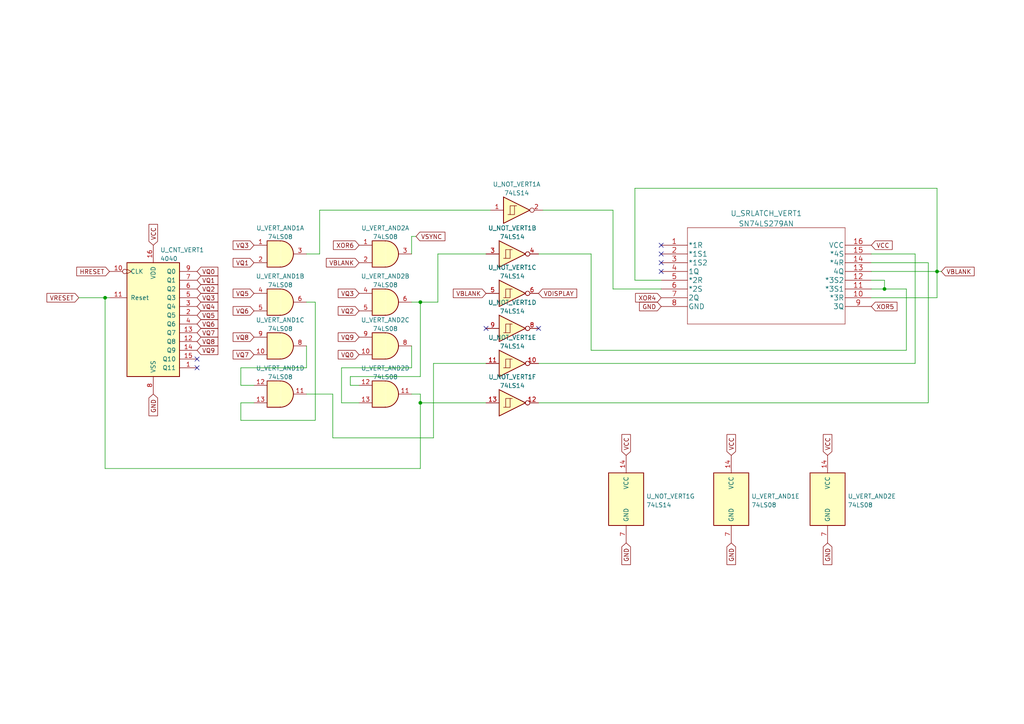
<source format=kicad_sch>
(kicad_sch (version 20211123) (generator eeschema)

  (uuid d2600611-6839-4fd2-8db0-0f937171fced)

  (paper "A4")

  (lib_symbols
    (symbol "2021-11-13_22-40-30:SN74LS279AN" (pin_names (offset 0.254)) (in_bom yes) (on_board yes)
      (property "Reference" "U" (id 0) (at 30.48 10.16 0)
        (effects (font (size 1.524 1.524)))
      )
      (property "Value" "SN74LS279AN" (id 1) (at 30.48 7.62 0)
        (effects (font (size 1.524 1.524)))
      )
      (property "Footprint" "N16" (id 2) (at 30.48 6.096 0)
        (effects (font (size 1.524 1.524)) hide)
      )
      (property "Datasheet" "" (id 3) (at 0 0 0)
        (effects (font (size 1.524 1.524)))
      )
      (property "ki_locked" "" (id 4) (at 0 0 0)
        (effects (font (size 1.27 1.27)))
      )
      (property "ki_fp_filters" "N16" (id 5) (at 0 0 0)
        (effects (font (size 1.27 1.27)) hide)
      )
      (symbol "SN74LS279AN_1_1"
        (polyline
          (pts
            (xy 7.62 -22.86)
            (xy 53.34 -22.86)
          )
          (stroke (width 0.127) (type default) (color 0 0 0 0))
          (fill (type none))
        )
        (polyline
          (pts
            (xy 7.62 5.08)
            (xy 7.62 -22.86)
          )
          (stroke (width 0.127) (type default) (color 0 0 0 0))
          (fill (type none))
        )
        (polyline
          (pts
            (xy 53.34 -22.86)
            (xy 53.34 5.08)
          )
          (stroke (width 0.127) (type default) (color 0 0 0 0))
          (fill (type none))
        )
        (polyline
          (pts
            (xy 53.34 5.08)
            (xy 7.62 5.08)
          )
          (stroke (width 0.127) (type default) (color 0 0 0 0))
          (fill (type none))
        )
        (pin input line (at 0 0 0) (length 7.62)
          (name "*1R" (effects (font (size 1.4986 1.4986))))
          (number "1" (effects (font (size 1.4986 1.4986))))
        )
        (pin input line (at 60.96 -15.24 180) (length 7.62)
          (name "*3R" (effects (font (size 1.4986 1.4986))))
          (number "10" (effects (font (size 1.4986 1.4986))))
        )
        (pin input line (at 60.96 -12.7 180) (length 7.62)
          (name "*3S1" (effects (font (size 1.4986 1.4986))))
          (number "11" (effects (font (size 1.4986 1.4986))))
        )
        (pin input line (at 60.96 -10.16 180) (length 7.62)
          (name "*3S2" (effects (font (size 1.4986 1.4986))))
          (number "12" (effects (font (size 1.4986 1.4986))))
        )
        (pin output line (at 60.96 -7.62 180) (length 7.62)
          (name "4Q" (effects (font (size 1.4986 1.4986))))
          (number "13" (effects (font (size 1.4986 1.4986))))
        )
        (pin input line (at 60.96 -5.08 180) (length 7.62)
          (name "*4R" (effects (font (size 1.4986 1.4986))))
          (number "14" (effects (font (size 1.4986 1.4986))))
        )
        (pin input line (at 60.96 -2.54 180) (length 7.62)
          (name "*4S" (effects (font (size 1.4986 1.4986))))
          (number "15" (effects (font (size 1.4986 1.4986))))
        )
        (pin power_in line (at 60.96 0 180) (length 7.62)
          (name "VCC" (effects (font (size 1.4986 1.4986))))
          (number "16" (effects (font (size 1.4986 1.4986))))
        )
        (pin input line (at 0 -2.54 0) (length 7.62)
          (name "*1S1" (effects (font (size 1.4986 1.4986))))
          (number "2" (effects (font (size 1.4986 1.4986))))
        )
        (pin input line (at 0 -5.08 0) (length 7.62)
          (name "*1S2" (effects (font (size 1.4986 1.4986))))
          (number "3" (effects (font (size 1.4986 1.4986))))
        )
        (pin output line (at 0 -7.62 0) (length 7.62)
          (name "1Q" (effects (font (size 1.4986 1.4986))))
          (number "4" (effects (font (size 1.4986 1.4986))))
        )
        (pin input line (at 0 -10.16 0) (length 7.62)
          (name "*2R" (effects (font (size 1.4986 1.4986))))
          (number "5" (effects (font (size 1.4986 1.4986))))
        )
        (pin input line (at 0 -12.7 0) (length 7.62)
          (name "*2S" (effects (font (size 1.4986 1.4986))))
          (number "6" (effects (font (size 1.4986 1.4986))))
        )
        (pin output line (at 0 -15.24 0) (length 7.62)
          (name "2Q" (effects (font (size 1.4986 1.4986))))
          (number "7" (effects (font (size 1.4986 1.4986))))
        )
        (pin power_in line (at 0 -17.78 0) (length 7.62)
          (name "GND" (effects (font (size 1.4986 1.4986))))
          (number "8" (effects (font (size 1.4986 1.4986))))
        )
        (pin output line (at 60.96 -17.78 180) (length 7.62)
          (name "3Q" (effects (font (size 1.4986 1.4986))))
          (number "9" (effects (font (size 1.4986 1.4986))))
        )
      )
    )
    (symbol "4xxx:4040" (pin_names (offset 1.016)) (in_bom yes) (on_board yes)
      (property "Reference" "U" (id 0) (at -7.62 16.51 0)
        (effects (font (size 1.27 1.27)))
      )
      (property "Value" "4040" (id 1) (at -7.62 -19.05 0)
        (effects (font (size 1.27 1.27)))
      )
      (property "Footprint" "" (id 2) (at 0 0 0)
        (effects (font (size 1.27 1.27)) hide)
      )
      (property "Datasheet" "http://www.intersil.com/content/dam/Intersil/documents/cd40/cd4020bms-24bms-40bms.pdf" (id 3) (at 0 0 0)
        (effects (font (size 1.27 1.27)) hide)
      )
      (property "ki_locked" "" (id 4) (at 0 0 0)
        (effects (font (size 1.27 1.27)))
      )
      (property "ki_keywords" "CMOS CNT CNT12" (id 5) (at 0 0 0)
        (effects (font (size 1.27 1.27)) hide)
      )
      (property "ki_description" "Binary Counter 12 stages (Asynchronous)" (id 6) (at 0 0 0)
        (effects (font (size 1.27 1.27)) hide)
      )
      (property "ki_fp_filters" "DIP?16*" (id 7) (at 0 0 0)
        (effects (font (size 1.27 1.27)) hide)
      )
      (symbol "4040_1_0"
        (pin output line (at 12.7 -15.24 180) (length 5.08)
          (name "Q11" (effects (font (size 1.27 1.27))))
          (number "1" (effects (font (size 1.27 1.27))))
        )
        (pin input inverted_clock (at -12.7 12.7 0) (length 5.08)
          (name "CLK" (effects (font (size 1.27 1.27))))
          (number "10" (effects (font (size 1.27 1.27))))
        )
        (pin input line (at -12.7 5.08 0) (length 5.08)
          (name "Reset" (effects (font (size 1.27 1.27))))
          (number "11" (effects (font (size 1.27 1.27))))
        )
        (pin output line (at 12.7 -7.62 180) (length 5.08)
          (name "Q8" (effects (font (size 1.27 1.27))))
          (number "12" (effects (font (size 1.27 1.27))))
        )
        (pin output line (at 12.7 -5.08 180) (length 5.08)
          (name "Q7" (effects (font (size 1.27 1.27))))
          (number "13" (effects (font (size 1.27 1.27))))
        )
        (pin output line (at 12.7 -10.16 180) (length 5.08)
          (name "Q9" (effects (font (size 1.27 1.27))))
          (number "14" (effects (font (size 1.27 1.27))))
        )
        (pin output line (at 12.7 -12.7 180) (length 5.08)
          (name "Q10" (effects (font (size 1.27 1.27))))
          (number "15" (effects (font (size 1.27 1.27))))
        )
        (pin power_in line (at 0 20.32 270) (length 5.08)
          (name "VDD" (effects (font (size 1.27 1.27))))
          (number "16" (effects (font (size 1.27 1.27))))
        )
        (pin output line (at 12.7 0 180) (length 5.08)
          (name "Q5" (effects (font (size 1.27 1.27))))
          (number "2" (effects (font (size 1.27 1.27))))
        )
        (pin output line (at 12.7 2.54 180) (length 5.08)
          (name "Q4" (effects (font (size 1.27 1.27))))
          (number "3" (effects (font (size 1.27 1.27))))
        )
        (pin output line (at 12.7 -2.54 180) (length 5.08)
          (name "Q6" (effects (font (size 1.27 1.27))))
          (number "4" (effects (font (size 1.27 1.27))))
        )
        (pin output line (at 12.7 5.08 180) (length 5.08)
          (name "Q3" (effects (font (size 1.27 1.27))))
          (number "5" (effects (font (size 1.27 1.27))))
        )
        (pin output line (at 12.7 7.62 180) (length 5.08)
          (name "Q2" (effects (font (size 1.27 1.27))))
          (number "6" (effects (font (size 1.27 1.27))))
        )
        (pin output line (at 12.7 10.16 180) (length 5.08)
          (name "Q1" (effects (font (size 1.27 1.27))))
          (number "7" (effects (font (size 1.27 1.27))))
        )
        (pin power_in line (at 0 -22.86 90) (length 5.08)
          (name "VSS" (effects (font (size 1.27 1.27))))
          (number "8" (effects (font (size 1.27 1.27))))
        )
        (pin output line (at 12.7 12.7 180) (length 5.08)
          (name "Q0" (effects (font (size 1.27 1.27))))
          (number "9" (effects (font (size 1.27 1.27))))
        )
      )
      (symbol "4040_1_1"
        (rectangle (start -7.62 15.24) (end 7.62 -17.78)
          (stroke (width 0.254) (type default) (color 0 0 0 0))
          (fill (type background))
        )
      )
    )
    (symbol "74xx:74LS08" (pin_names (offset 1.016)) (in_bom yes) (on_board yes)
      (property "Reference" "U" (id 0) (at 0 1.27 0)
        (effects (font (size 1.27 1.27)))
      )
      (property "Value" "74LS08" (id 1) (at 0 -1.27 0)
        (effects (font (size 1.27 1.27)))
      )
      (property "Footprint" "" (id 2) (at 0 0 0)
        (effects (font (size 1.27 1.27)) hide)
      )
      (property "Datasheet" "http://www.ti.com/lit/gpn/sn74LS08" (id 3) (at 0 0 0)
        (effects (font (size 1.27 1.27)) hide)
      )
      (property "ki_locked" "" (id 4) (at 0 0 0)
        (effects (font (size 1.27 1.27)))
      )
      (property "ki_keywords" "TTL and2" (id 5) (at 0 0 0)
        (effects (font (size 1.27 1.27)) hide)
      )
      (property "ki_description" "Quad And2" (id 6) (at 0 0 0)
        (effects (font (size 1.27 1.27)) hide)
      )
      (property "ki_fp_filters" "DIP*W7.62mm*" (id 7) (at 0 0 0)
        (effects (font (size 1.27 1.27)) hide)
      )
      (symbol "74LS08_1_1"
        (arc (start 0 -3.81) (mid 3.81 0) (end 0 3.81)
          (stroke (width 0.254) (type default) (color 0 0 0 0))
          (fill (type background))
        )
        (polyline
          (pts
            (xy 0 3.81)
            (xy -3.81 3.81)
            (xy -3.81 -3.81)
            (xy 0 -3.81)
          )
          (stroke (width 0.254) (type default) (color 0 0 0 0))
          (fill (type background))
        )
        (pin input line (at -7.62 2.54 0) (length 3.81)
          (name "~" (effects (font (size 1.27 1.27))))
          (number "1" (effects (font (size 1.27 1.27))))
        )
        (pin input line (at -7.62 -2.54 0) (length 3.81)
          (name "~" (effects (font (size 1.27 1.27))))
          (number "2" (effects (font (size 1.27 1.27))))
        )
        (pin output line (at 7.62 0 180) (length 3.81)
          (name "~" (effects (font (size 1.27 1.27))))
          (number "3" (effects (font (size 1.27 1.27))))
        )
      )
      (symbol "74LS08_1_2"
        (arc (start -3.81 -3.81) (mid -2.589 0) (end -3.81 3.81)
          (stroke (width 0.254) (type default) (color 0 0 0 0))
          (fill (type none))
        )
        (arc (start -0.6096 -3.81) (mid 2.1842 -2.5851) (end 3.81 0)
          (stroke (width 0.254) (type default) (color 0 0 0 0))
          (fill (type background))
        )
        (polyline
          (pts
            (xy -3.81 -3.81)
            (xy -0.635 -3.81)
          )
          (stroke (width 0.254) (type default) (color 0 0 0 0))
          (fill (type background))
        )
        (polyline
          (pts
            (xy -3.81 3.81)
            (xy -0.635 3.81)
          )
          (stroke (width 0.254) (type default) (color 0 0 0 0))
          (fill (type background))
        )
        (polyline
          (pts
            (xy -0.635 3.81)
            (xy -3.81 3.81)
            (xy -3.81 3.81)
            (xy -3.556 3.4036)
            (xy -3.0226 2.2606)
            (xy -2.6924 1.0414)
            (xy -2.6162 -0.254)
            (xy -2.7686 -1.4986)
            (xy -3.175 -2.7178)
            (xy -3.81 -3.81)
            (xy -3.81 -3.81)
            (xy -0.635 -3.81)
          )
          (stroke (width -25.4) (type default) (color 0 0 0 0))
          (fill (type background))
        )
        (arc (start 3.81 0) (mid 2.1915 2.5936) (end -0.6096 3.81)
          (stroke (width 0.254) (type default) (color 0 0 0 0))
          (fill (type background))
        )
        (pin input inverted (at -7.62 2.54 0) (length 4.318)
          (name "~" (effects (font (size 1.27 1.27))))
          (number "1" (effects (font (size 1.27 1.27))))
        )
        (pin input inverted (at -7.62 -2.54 0) (length 4.318)
          (name "~" (effects (font (size 1.27 1.27))))
          (number "2" (effects (font (size 1.27 1.27))))
        )
        (pin output inverted (at 7.62 0 180) (length 3.81)
          (name "~" (effects (font (size 1.27 1.27))))
          (number "3" (effects (font (size 1.27 1.27))))
        )
      )
      (symbol "74LS08_2_1"
        (arc (start 0 -3.81) (mid 3.81 0) (end 0 3.81)
          (stroke (width 0.254) (type default) (color 0 0 0 0))
          (fill (type background))
        )
        (polyline
          (pts
            (xy 0 3.81)
            (xy -3.81 3.81)
            (xy -3.81 -3.81)
            (xy 0 -3.81)
          )
          (stroke (width 0.254) (type default) (color 0 0 0 0))
          (fill (type background))
        )
        (pin input line (at -7.62 2.54 0) (length 3.81)
          (name "~" (effects (font (size 1.27 1.27))))
          (number "4" (effects (font (size 1.27 1.27))))
        )
        (pin input line (at -7.62 -2.54 0) (length 3.81)
          (name "~" (effects (font (size 1.27 1.27))))
          (number "5" (effects (font (size 1.27 1.27))))
        )
        (pin output line (at 7.62 0 180) (length 3.81)
          (name "~" (effects (font (size 1.27 1.27))))
          (number "6" (effects (font (size 1.27 1.27))))
        )
      )
      (symbol "74LS08_2_2"
        (arc (start -3.81 -3.81) (mid -2.589 0) (end -3.81 3.81)
          (stroke (width 0.254) (type default) (color 0 0 0 0))
          (fill (type none))
        )
        (arc (start -0.6096 -3.81) (mid 2.1842 -2.5851) (end 3.81 0)
          (stroke (width 0.254) (type default) (color 0 0 0 0))
          (fill (type background))
        )
        (polyline
          (pts
            (xy -3.81 -3.81)
            (xy -0.635 -3.81)
          )
          (stroke (width 0.254) (type default) (color 0 0 0 0))
          (fill (type background))
        )
        (polyline
          (pts
            (xy -3.81 3.81)
            (xy -0.635 3.81)
          )
          (stroke (width 0.254) (type default) (color 0 0 0 0))
          (fill (type background))
        )
        (polyline
          (pts
            (xy -0.635 3.81)
            (xy -3.81 3.81)
            (xy -3.81 3.81)
            (xy -3.556 3.4036)
            (xy -3.0226 2.2606)
            (xy -2.6924 1.0414)
            (xy -2.6162 -0.254)
            (xy -2.7686 -1.4986)
            (xy -3.175 -2.7178)
            (xy -3.81 -3.81)
            (xy -3.81 -3.81)
            (xy -0.635 -3.81)
          )
          (stroke (width -25.4) (type default) (color 0 0 0 0))
          (fill (type background))
        )
        (arc (start 3.81 0) (mid 2.1915 2.5936) (end -0.6096 3.81)
          (stroke (width 0.254) (type default) (color 0 0 0 0))
          (fill (type background))
        )
        (pin input inverted (at -7.62 2.54 0) (length 4.318)
          (name "~" (effects (font (size 1.27 1.27))))
          (number "4" (effects (font (size 1.27 1.27))))
        )
        (pin input inverted (at -7.62 -2.54 0) (length 4.318)
          (name "~" (effects (font (size 1.27 1.27))))
          (number "5" (effects (font (size 1.27 1.27))))
        )
        (pin output inverted (at 7.62 0 180) (length 3.81)
          (name "~" (effects (font (size 1.27 1.27))))
          (number "6" (effects (font (size 1.27 1.27))))
        )
      )
      (symbol "74LS08_3_1"
        (arc (start 0 -3.81) (mid 3.81 0) (end 0 3.81)
          (stroke (width 0.254) (type default) (color 0 0 0 0))
          (fill (type background))
        )
        (polyline
          (pts
            (xy 0 3.81)
            (xy -3.81 3.81)
            (xy -3.81 -3.81)
            (xy 0 -3.81)
          )
          (stroke (width 0.254) (type default) (color 0 0 0 0))
          (fill (type background))
        )
        (pin input line (at -7.62 -2.54 0) (length 3.81)
          (name "~" (effects (font (size 1.27 1.27))))
          (number "10" (effects (font (size 1.27 1.27))))
        )
        (pin output line (at 7.62 0 180) (length 3.81)
          (name "~" (effects (font (size 1.27 1.27))))
          (number "8" (effects (font (size 1.27 1.27))))
        )
        (pin input line (at -7.62 2.54 0) (length 3.81)
          (name "~" (effects (font (size 1.27 1.27))))
          (number "9" (effects (font (size 1.27 1.27))))
        )
      )
      (symbol "74LS08_3_2"
        (arc (start -3.81 -3.81) (mid -2.589 0) (end -3.81 3.81)
          (stroke (width 0.254) (type default) (color 0 0 0 0))
          (fill (type none))
        )
        (arc (start -0.6096 -3.81) (mid 2.1842 -2.5851) (end 3.81 0)
          (stroke (width 0.254) (type default) (color 0 0 0 0))
          (fill (type background))
        )
        (polyline
          (pts
            (xy -3.81 -3.81)
            (xy -0.635 -3.81)
          )
          (stroke (width 0.254) (type default) (color 0 0 0 0))
          (fill (type background))
        )
        (polyline
          (pts
            (xy -3.81 3.81)
            (xy -0.635 3.81)
          )
          (stroke (width 0.254) (type default) (color 0 0 0 0))
          (fill (type background))
        )
        (polyline
          (pts
            (xy -0.635 3.81)
            (xy -3.81 3.81)
            (xy -3.81 3.81)
            (xy -3.556 3.4036)
            (xy -3.0226 2.2606)
            (xy -2.6924 1.0414)
            (xy -2.6162 -0.254)
            (xy -2.7686 -1.4986)
            (xy -3.175 -2.7178)
            (xy -3.81 -3.81)
            (xy -3.81 -3.81)
            (xy -0.635 -3.81)
          )
          (stroke (width -25.4) (type default) (color 0 0 0 0))
          (fill (type background))
        )
        (arc (start 3.81 0) (mid 2.1915 2.5936) (end -0.6096 3.81)
          (stroke (width 0.254) (type default) (color 0 0 0 0))
          (fill (type background))
        )
        (pin input inverted (at -7.62 -2.54 0) (length 4.318)
          (name "~" (effects (font (size 1.27 1.27))))
          (number "10" (effects (font (size 1.27 1.27))))
        )
        (pin output inverted (at 7.62 0 180) (length 3.81)
          (name "~" (effects (font (size 1.27 1.27))))
          (number "8" (effects (font (size 1.27 1.27))))
        )
        (pin input inverted (at -7.62 2.54 0) (length 4.318)
          (name "~" (effects (font (size 1.27 1.27))))
          (number "9" (effects (font (size 1.27 1.27))))
        )
      )
      (symbol "74LS08_4_1"
        (arc (start 0 -3.81) (mid 3.81 0) (end 0 3.81)
          (stroke (width 0.254) (type default) (color 0 0 0 0))
          (fill (type background))
        )
        (polyline
          (pts
            (xy 0 3.81)
            (xy -3.81 3.81)
            (xy -3.81 -3.81)
            (xy 0 -3.81)
          )
          (stroke (width 0.254) (type default) (color 0 0 0 0))
          (fill (type background))
        )
        (pin output line (at 7.62 0 180) (length 3.81)
          (name "~" (effects (font (size 1.27 1.27))))
          (number "11" (effects (font (size 1.27 1.27))))
        )
        (pin input line (at -7.62 2.54 0) (length 3.81)
          (name "~" (effects (font (size 1.27 1.27))))
          (number "12" (effects (font (size 1.27 1.27))))
        )
        (pin input line (at -7.62 -2.54 0) (length 3.81)
          (name "~" (effects (font (size 1.27 1.27))))
          (number "13" (effects (font (size 1.27 1.27))))
        )
      )
      (symbol "74LS08_4_2"
        (arc (start -3.81 -3.81) (mid -2.589 0) (end -3.81 3.81)
          (stroke (width 0.254) (type default) (color 0 0 0 0))
          (fill (type none))
        )
        (arc (start -0.6096 -3.81) (mid 2.1842 -2.5851) (end 3.81 0)
          (stroke (width 0.254) (type default) (color 0 0 0 0))
          (fill (type background))
        )
        (polyline
          (pts
            (xy -3.81 -3.81)
            (xy -0.635 -3.81)
          )
          (stroke (width 0.254) (type default) (color 0 0 0 0))
          (fill (type background))
        )
        (polyline
          (pts
            (xy -3.81 3.81)
            (xy -0.635 3.81)
          )
          (stroke (width 0.254) (type default) (color 0 0 0 0))
          (fill (type background))
        )
        (polyline
          (pts
            (xy -0.635 3.81)
            (xy -3.81 3.81)
            (xy -3.81 3.81)
            (xy -3.556 3.4036)
            (xy -3.0226 2.2606)
            (xy -2.6924 1.0414)
            (xy -2.6162 -0.254)
            (xy -2.7686 -1.4986)
            (xy -3.175 -2.7178)
            (xy -3.81 -3.81)
            (xy -3.81 -3.81)
            (xy -0.635 -3.81)
          )
          (stroke (width -25.4) (type default) (color 0 0 0 0))
          (fill (type background))
        )
        (arc (start 3.81 0) (mid 2.1915 2.5936) (end -0.6096 3.81)
          (stroke (width 0.254) (type default) (color 0 0 0 0))
          (fill (type background))
        )
        (pin output inverted (at 7.62 0 180) (length 3.81)
          (name "~" (effects (font (size 1.27 1.27))))
          (number "11" (effects (font (size 1.27 1.27))))
        )
        (pin input inverted (at -7.62 2.54 0) (length 4.318)
          (name "~" (effects (font (size 1.27 1.27))))
          (number "12" (effects (font (size 1.27 1.27))))
        )
        (pin input inverted (at -7.62 -2.54 0) (length 4.318)
          (name "~" (effects (font (size 1.27 1.27))))
          (number "13" (effects (font (size 1.27 1.27))))
        )
      )
      (symbol "74LS08_5_0"
        (pin power_in line (at 0 12.7 270) (length 5.08)
          (name "VCC" (effects (font (size 1.27 1.27))))
          (number "14" (effects (font (size 1.27 1.27))))
        )
        (pin power_in line (at 0 -12.7 90) (length 5.08)
          (name "GND" (effects (font (size 1.27 1.27))))
          (number "7" (effects (font (size 1.27 1.27))))
        )
      )
      (symbol "74LS08_5_1"
        (rectangle (start -5.08 7.62) (end 5.08 -7.62)
          (stroke (width 0.254) (type default) (color 0 0 0 0))
          (fill (type background))
        )
      )
    )
    (symbol "74xx:74LS14" (pin_names (offset 1.016)) (in_bom yes) (on_board yes)
      (property "Reference" "U" (id 0) (at 0 1.27 0)
        (effects (font (size 1.27 1.27)))
      )
      (property "Value" "74LS14" (id 1) (at 0 -1.27 0)
        (effects (font (size 1.27 1.27)))
      )
      (property "Footprint" "" (id 2) (at 0 0 0)
        (effects (font (size 1.27 1.27)) hide)
      )
      (property "Datasheet" "http://www.ti.com/lit/gpn/sn74LS14" (id 3) (at 0 0 0)
        (effects (font (size 1.27 1.27)) hide)
      )
      (property "ki_locked" "" (id 4) (at 0 0 0)
        (effects (font (size 1.27 1.27)))
      )
      (property "ki_keywords" "TTL not inverter" (id 5) (at 0 0 0)
        (effects (font (size 1.27 1.27)) hide)
      )
      (property "ki_description" "Hex inverter schmitt trigger" (id 6) (at 0 0 0)
        (effects (font (size 1.27 1.27)) hide)
      )
      (property "ki_fp_filters" "DIP*W7.62mm*" (id 7) (at 0 0 0)
        (effects (font (size 1.27 1.27)) hide)
      )
      (symbol "74LS14_1_0"
        (polyline
          (pts
            (xy -3.81 3.81)
            (xy -3.81 -3.81)
            (xy 3.81 0)
            (xy -3.81 3.81)
          )
          (stroke (width 0.254) (type default) (color 0 0 0 0))
          (fill (type background))
        )
        (pin input line (at -7.62 0 0) (length 3.81)
          (name "~" (effects (font (size 1.27 1.27))))
          (number "1" (effects (font (size 1.27 1.27))))
        )
        (pin output inverted (at 7.62 0 180) (length 3.81)
          (name "~" (effects (font (size 1.27 1.27))))
          (number "2" (effects (font (size 1.27 1.27))))
        )
      )
      (symbol "74LS14_1_1"
        (polyline
          (pts
            (xy -1.905 -1.27)
            (xy -1.905 1.27)
            (xy -0.635 1.27)
          )
          (stroke (width 0) (type default) (color 0 0 0 0))
          (fill (type none))
        )
        (polyline
          (pts
            (xy -2.54 -1.27)
            (xy -0.635 -1.27)
            (xy -0.635 1.27)
            (xy 0 1.27)
          )
          (stroke (width 0) (type default) (color 0 0 0 0))
          (fill (type none))
        )
      )
      (symbol "74LS14_2_0"
        (polyline
          (pts
            (xy -3.81 3.81)
            (xy -3.81 -3.81)
            (xy 3.81 0)
            (xy -3.81 3.81)
          )
          (stroke (width 0.254) (type default) (color 0 0 0 0))
          (fill (type background))
        )
        (pin input line (at -7.62 0 0) (length 3.81)
          (name "~" (effects (font (size 1.27 1.27))))
          (number "3" (effects (font (size 1.27 1.27))))
        )
        (pin output inverted (at 7.62 0 180) (length 3.81)
          (name "~" (effects (font (size 1.27 1.27))))
          (number "4" (effects (font (size 1.27 1.27))))
        )
      )
      (symbol "74LS14_2_1"
        (polyline
          (pts
            (xy -1.905 -1.27)
            (xy -1.905 1.27)
            (xy -0.635 1.27)
          )
          (stroke (width 0) (type default) (color 0 0 0 0))
          (fill (type none))
        )
        (polyline
          (pts
            (xy -2.54 -1.27)
            (xy -0.635 -1.27)
            (xy -0.635 1.27)
            (xy 0 1.27)
          )
          (stroke (width 0) (type default) (color 0 0 0 0))
          (fill (type none))
        )
      )
      (symbol "74LS14_3_0"
        (polyline
          (pts
            (xy -3.81 3.81)
            (xy -3.81 -3.81)
            (xy 3.81 0)
            (xy -3.81 3.81)
          )
          (stroke (width 0.254) (type default) (color 0 0 0 0))
          (fill (type background))
        )
        (pin input line (at -7.62 0 0) (length 3.81)
          (name "~" (effects (font (size 1.27 1.27))))
          (number "5" (effects (font (size 1.27 1.27))))
        )
        (pin output inverted (at 7.62 0 180) (length 3.81)
          (name "~" (effects (font (size 1.27 1.27))))
          (number "6" (effects (font (size 1.27 1.27))))
        )
      )
      (symbol "74LS14_3_1"
        (polyline
          (pts
            (xy -1.905 -1.27)
            (xy -1.905 1.27)
            (xy -0.635 1.27)
          )
          (stroke (width 0) (type default) (color 0 0 0 0))
          (fill (type none))
        )
        (polyline
          (pts
            (xy -2.54 -1.27)
            (xy -0.635 -1.27)
            (xy -0.635 1.27)
            (xy 0 1.27)
          )
          (stroke (width 0) (type default) (color 0 0 0 0))
          (fill (type none))
        )
      )
      (symbol "74LS14_4_0"
        (polyline
          (pts
            (xy -3.81 3.81)
            (xy -3.81 -3.81)
            (xy 3.81 0)
            (xy -3.81 3.81)
          )
          (stroke (width 0.254) (type default) (color 0 0 0 0))
          (fill (type background))
        )
        (pin output inverted (at 7.62 0 180) (length 3.81)
          (name "~" (effects (font (size 1.27 1.27))))
          (number "8" (effects (font (size 1.27 1.27))))
        )
        (pin input line (at -7.62 0 0) (length 3.81)
          (name "~" (effects (font (size 1.27 1.27))))
          (number "9" (effects (font (size 1.27 1.27))))
        )
      )
      (symbol "74LS14_4_1"
        (polyline
          (pts
            (xy -1.905 -1.27)
            (xy -1.905 1.27)
            (xy -0.635 1.27)
          )
          (stroke (width 0) (type default) (color 0 0 0 0))
          (fill (type none))
        )
        (polyline
          (pts
            (xy -2.54 -1.27)
            (xy -0.635 -1.27)
            (xy -0.635 1.27)
            (xy 0 1.27)
          )
          (stroke (width 0) (type default) (color 0 0 0 0))
          (fill (type none))
        )
      )
      (symbol "74LS14_5_0"
        (polyline
          (pts
            (xy -3.81 3.81)
            (xy -3.81 -3.81)
            (xy 3.81 0)
            (xy -3.81 3.81)
          )
          (stroke (width 0.254) (type default) (color 0 0 0 0))
          (fill (type background))
        )
        (pin output inverted (at 7.62 0 180) (length 3.81)
          (name "~" (effects (font (size 1.27 1.27))))
          (number "10" (effects (font (size 1.27 1.27))))
        )
        (pin input line (at -7.62 0 0) (length 3.81)
          (name "~" (effects (font (size 1.27 1.27))))
          (number "11" (effects (font (size 1.27 1.27))))
        )
      )
      (symbol "74LS14_5_1"
        (polyline
          (pts
            (xy -1.905 -1.27)
            (xy -1.905 1.27)
            (xy -0.635 1.27)
          )
          (stroke (width 0) (type default) (color 0 0 0 0))
          (fill (type none))
        )
        (polyline
          (pts
            (xy -2.54 -1.27)
            (xy -0.635 -1.27)
            (xy -0.635 1.27)
            (xy 0 1.27)
          )
          (stroke (width 0) (type default) (color 0 0 0 0))
          (fill (type none))
        )
      )
      (symbol "74LS14_6_0"
        (polyline
          (pts
            (xy -3.81 3.81)
            (xy -3.81 -3.81)
            (xy 3.81 0)
            (xy -3.81 3.81)
          )
          (stroke (width 0.254) (type default) (color 0 0 0 0))
          (fill (type background))
        )
        (pin output inverted (at 7.62 0 180) (length 3.81)
          (name "~" (effects (font (size 1.27 1.27))))
          (number "12" (effects (font (size 1.27 1.27))))
        )
        (pin input line (at -7.62 0 0) (length 3.81)
          (name "~" (effects (font (size 1.27 1.27))))
          (number "13" (effects (font (size 1.27 1.27))))
        )
      )
      (symbol "74LS14_6_1"
        (polyline
          (pts
            (xy -1.905 -1.27)
            (xy -1.905 1.27)
            (xy -0.635 1.27)
          )
          (stroke (width 0) (type default) (color 0 0 0 0))
          (fill (type none))
        )
        (polyline
          (pts
            (xy -2.54 -1.27)
            (xy -0.635 -1.27)
            (xy -0.635 1.27)
            (xy 0 1.27)
          )
          (stroke (width 0) (type default) (color 0 0 0 0))
          (fill (type none))
        )
      )
      (symbol "74LS14_7_0"
        (pin power_in line (at 0 12.7 270) (length 5.08)
          (name "VCC" (effects (font (size 1.27 1.27))))
          (number "14" (effects (font (size 1.27 1.27))))
        )
        (pin power_in line (at 0 -12.7 90) (length 5.08)
          (name "GND" (effects (font (size 1.27 1.27))))
          (number "7" (effects (font (size 1.27 1.27))))
        )
      )
      (symbol "74LS14_7_1"
        (rectangle (start -5.08 7.62) (end 5.08 -7.62)
          (stroke (width 0.254) (type default) (color 0 0 0 0))
          (fill (type background))
        )
      )
    )
  )

  (junction (at 271.78 78.74) (diameter 0) (color 0 0 0 0)
    (uuid 003b2272-0334-4864-a90a-83359cb8bf95)
  )
  (junction (at 30.48 86.36) (diameter 0) (color 0 0 0 0)
    (uuid 86d87b7a-21b3-4a08-a395-0a1ad78296c1)
  )
  (junction (at 121.92 87.63) (diameter 0) (color 0 0 0 0)
    (uuid 9380e6bb-e638-4935-b89c-20b97812505d)
  )
  (junction (at 121.92 116.84) (diameter 0) (color 0 0 0 0)
    (uuid c99518a3-2dbb-4d1d-9341-16cc1887c576)
  )
  (junction (at 256.54 83.82) (diameter 0) (color 0 0 0 0)
    (uuid d6d02d27-9b60-4726-a652-c1659cc9f25c)
  )

  (no_connect (at 57.15 106.68) (uuid 02d125f8-0fc9-4eed-a2ed-d5dcd01f2d6b))
  (no_connect (at 57.15 104.14) (uuid 02d125f8-0fc9-4eed-a2ed-d5dcd01f2d6c))
  (no_connect (at 191.77 78.74) (uuid 7caf0591-7fef-48a4-9c9d-6c20928d6618))
  (no_connect (at 191.77 71.12) (uuid 7caf0591-7fef-48a4-9c9d-6c20928d6619))
  (no_connect (at 191.77 73.66) (uuid 7caf0591-7fef-48a4-9c9d-6c20928d661a))
  (no_connect (at 191.77 76.2) (uuid 7caf0591-7fef-48a4-9c9d-6c20928d661b))
  (no_connect (at 140.97 95.25) (uuid d90403c1-e9c7-4ecc-99be-e91084bf7f57))
  (no_connect (at 156.21 95.25) (uuid d90403c1-e9c7-4ecc-99be-e91084bf7f58))

  (wire (pts (xy 157.48 60.96) (xy 177.8 60.96))
    (stroke (width 0) (type default) (color 0 0 0 0))
    (uuid 00507ba3-6037-42fb-9947-7e4270724953)
  )
  (wire (pts (xy 119.38 106.68) (xy 99.06 106.68))
    (stroke (width 0) (type default) (color 0 0 0 0))
    (uuid 0257c489-ef83-4a91-a4a1-79fba85d9708)
  )
  (wire (pts (xy 96.52 127) (xy 125.73 127))
    (stroke (width 0) (type default) (color 0 0 0 0))
    (uuid 085f4691-5998-4cdb-8922-eea21ff59e1e)
  )
  (wire (pts (xy 262.89 101.6) (xy 262.89 83.82))
    (stroke (width 0) (type default) (color 0 0 0 0))
    (uuid 0df8d755-2845-48b0-b1ba-a91853ffad31)
  )
  (wire (pts (xy 88.9 106.68) (xy 69.85 106.68))
    (stroke (width 0) (type default) (color 0 0 0 0))
    (uuid 14151913-bfdc-4c2e-8888-ff3f6ddec134)
  )
  (wire (pts (xy 271.78 86.36) (xy 252.73 86.36))
    (stroke (width 0) (type default) (color 0 0 0 0))
    (uuid 1c31f0f2-b3b8-48f2-a72c-46a26c648bca)
  )
  (wire (pts (xy 156.21 105.41) (xy 265.43 105.41))
    (stroke (width 0) (type default) (color 0 0 0 0))
    (uuid 21e81854-f956-465b-9c23-a004e41f5de8)
  )
  (wire (pts (xy 92.71 73.66) (xy 92.71 60.96))
    (stroke (width 0) (type default) (color 0 0 0 0))
    (uuid 268000bd-bb7a-4eaf-9fd2-bbab5cf97cfd)
  )
  (wire (pts (xy 177.8 83.82) (xy 191.77 83.82))
    (stroke (width 0) (type default) (color 0 0 0 0))
    (uuid 2a982692-48e9-4c20-8405-c732dc6a23b8)
  )
  (wire (pts (xy 121.92 114.3) (xy 121.92 116.84))
    (stroke (width 0) (type default) (color 0 0 0 0))
    (uuid 2aa3f4de-08a8-4344-8793-a9a0363907e4)
  )
  (wire (pts (xy 121.92 109.22) (xy 101.6 109.22))
    (stroke (width 0) (type default) (color 0 0 0 0))
    (uuid 2ae32862-f117-4cb3-8f49-f7ff074763c6)
  )
  (wire (pts (xy 171.45 101.6) (xy 262.89 101.6))
    (stroke (width 0) (type default) (color 0 0 0 0))
    (uuid 2b8fa360-51a4-4f04-8155-bec80fd1bc63)
  )
  (wire (pts (xy 119.38 87.63) (xy 121.92 87.63))
    (stroke (width 0) (type default) (color 0 0 0 0))
    (uuid 2c6b0c5e-925c-4db6-9ab3-e65d11ca87fc)
  )
  (wire (pts (xy 91.44 87.63) (xy 91.44 121.92))
    (stroke (width 0) (type default) (color 0 0 0 0))
    (uuid 2c8dadc1-ef20-416b-927f-11f5607f4b43)
  )
  (wire (pts (xy 271.78 78.74) (xy 252.73 78.74))
    (stroke (width 0) (type default) (color 0 0 0 0))
    (uuid 2e594976-9bc6-44ed-a6bd-bc9bec7b2994)
  )
  (wire (pts (xy 101.6 111.76) (xy 104.14 111.76))
    (stroke (width 0) (type default) (color 0 0 0 0))
    (uuid 346c89a3-955d-4593-86b8-5e67b40d4e62)
  )
  (wire (pts (xy 262.89 83.82) (xy 256.54 83.82))
    (stroke (width 0) (type default) (color 0 0 0 0))
    (uuid 38d3eb52-c043-47ef-b2ca-e96cb1efacb9)
  )
  (wire (pts (xy 271.78 78.74) (xy 271.78 86.36))
    (stroke (width 0) (type default) (color 0 0 0 0))
    (uuid 3bab1ebb-76be-46b2-83f3-bd853d712ee9)
  )
  (wire (pts (xy 119.38 68.58) (xy 120.65 68.58))
    (stroke (width 0) (type default) (color 0 0 0 0))
    (uuid 3c9db072-0327-4f3a-908d-fff4e0311dfe)
  )
  (wire (pts (xy 156.21 73.66) (xy 171.45 73.66))
    (stroke (width 0) (type default) (color 0 0 0 0))
    (uuid 4e183df1-d8c2-4ba6-bf46-cc0ad867da55)
  )
  (wire (pts (xy 22.86 86.36) (xy 30.48 86.36))
    (stroke (width 0) (type default) (color 0 0 0 0))
    (uuid 537b5203-2077-4345-8e5a-0c622e329556)
  )
  (wire (pts (xy 88.9 87.63) (xy 91.44 87.63))
    (stroke (width 0) (type default) (color 0 0 0 0))
    (uuid 552774a3-be1d-4f3c-9af5-6021a4c0437e)
  )
  (wire (pts (xy 271.78 54.61) (xy 184.15 54.61))
    (stroke (width 0) (type default) (color 0 0 0 0))
    (uuid 5abf8b35-b3dd-450d-bd46-5631c341265f)
  )
  (wire (pts (xy 30.48 86.36) (xy 30.48 135.89))
    (stroke (width 0) (type default) (color 0 0 0 0))
    (uuid 651830d0-7716-40a4-b0db-8d710f1ad222)
  )
  (wire (pts (xy 265.43 73.66) (xy 252.73 73.66))
    (stroke (width 0) (type default) (color 0 0 0 0))
    (uuid 6b645c16-4f67-4b0d-852f-41732d42c62e)
  )
  (wire (pts (xy 127 73.66) (xy 140.97 73.66))
    (stroke (width 0) (type default) (color 0 0 0 0))
    (uuid 6f3e2589-64d8-4a27-92dd-ddd749785eef)
  )
  (wire (pts (xy 121.92 116.84) (xy 140.97 116.84))
    (stroke (width 0) (type default) (color 0 0 0 0))
    (uuid 77fe0438-d47a-4bfc-8aab-1b34b1a52535)
  )
  (wire (pts (xy 121.92 116.84) (xy 121.92 135.89))
    (stroke (width 0) (type default) (color 0 0 0 0))
    (uuid 79001e4e-5312-4cad-858a-64f7b2ae7309)
  )
  (wire (pts (xy 69.85 121.92) (xy 69.85 116.84))
    (stroke (width 0) (type default) (color 0 0 0 0))
    (uuid 79e91f3e-3442-4e84-b6d8-d33cdef241db)
  )
  (wire (pts (xy 88.9 100.33) (xy 88.9 106.68))
    (stroke (width 0) (type default) (color 0 0 0 0))
    (uuid 7c35b520-3355-4621-8a73-3c147fb098fb)
  )
  (wire (pts (xy 101.6 109.22) (xy 101.6 111.76))
    (stroke (width 0) (type default) (color 0 0 0 0))
    (uuid 8b2d53db-7fea-40ff-825e-4924ac5998cd)
  )
  (wire (pts (xy 88.9 114.3) (xy 96.52 114.3))
    (stroke (width 0) (type default) (color 0 0 0 0))
    (uuid 8b41e330-66a6-4674-9570-6deb8649a83b)
  )
  (wire (pts (xy 252.73 76.2) (xy 269.24 76.2))
    (stroke (width 0) (type default) (color 0 0 0 0))
    (uuid 910c3376-8da7-4e2a-97ac-b2d3d046deda)
  )
  (wire (pts (xy 273.05 78.74) (xy 271.78 78.74))
    (stroke (width 0) (type default) (color 0 0 0 0))
    (uuid 926588bd-27c9-491a-ba26-5af178d8e6d6)
  )
  (wire (pts (xy 156.21 116.84) (xy 269.24 116.84))
    (stroke (width 0) (type default) (color 0 0 0 0))
    (uuid 9503c6f3-e6a2-48fc-8c5b-d09d39d5ec40)
  )
  (wire (pts (xy 121.92 87.63) (xy 121.92 109.22))
    (stroke (width 0) (type default) (color 0 0 0 0))
    (uuid 9b9cbcf4-13b6-445a-afac-a2166aaa37a0)
  )
  (wire (pts (xy 269.24 116.84) (xy 269.24 76.2))
    (stroke (width 0) (type default) (color 0 0 0 0))
    (uuid 9cfcad35-de66-42d9-9fb0-780f55f52e8e)
  )
  (wire (pts (xy 256.54 83.82) (xy 252.73 83.82))
    (stroke (width 0) (type default) (color 0 0 0 0))
    (uuid 9e621dbb-9a11-480c-b086-fc5e561e2884)
  )
  (wire (pts (xy 92.71 60.96) (xy 142.24 60.96))
    (stroke (width 0) (type default) (color 0 0 0 0))
    (uuid 9e7691cb-e00e-40c6-b866-6dc0bd48877a)
  )
  (wire (pts (xy 177.8 60.96) (xy 177.8 83.82))
    (stroke (width 0) (type default) (color 0 0 0 0))
    (uuid 9ea06e9a-4cec-4d06-83f8-2d211805b9c6)
  )
  (wire (pts (xy 171.45 73.66) (xy 171.45 101.6))
    (stroke (width 0) (type default) (color 0 0 0 0))
    (uuid 9ed83bb4-8fc2-45c8-acce-768dbf81b52a)
  )
  (wire (pts (xy 30.48 86.36) (xy 31.75 86.36))
    (stroke (width 0) (type default) (color 0 0 0 0))
    (uuid a82e83a2-64a9-4caf-99c7-f13cc96e886e)
  )
  (wire (pts (xy 271.78 78.74) (xy 271.78 54.61))
    (stroke (width 0) (type default) (color 0 0 0 0))
    (uuid a988942f-3100-4586-85eb-4fa271adf581)
  )
  (wire (pts (xy 184.15 54.61) (xy 184.15 81.28))
    (stroke (width 0) (type default) (color 0 0 0 0))
    (uuid ada32747-448a-423a-ac7a-8c808ae4766b)
  )
  (wire (pts (xy 119.38 100.33) (xy 119.38 106.68))
    (stroke (width 0) (type default) (color 0 0 0 0))
    (uuid b29cb96f-c98e-46fc-9119-510f1d21bd55)
  )
  (wire (pts (xy 252.73 81.28) (xy 256.54 81.28))
    (stroke (width 0) (type default) (color 0 0 0 0))
    (uuid b3e6749b-064a-44d7-8482-cfb2b0e6b693)
  )
  (wire (pts (xy 127 87.63) (xy 127 73.66))
    (stroke (width 0) (type default) (color 0 0 0 0))
    (uuid b7d1674c-f529-4a65-89eb-ceda553b7626)
  )
  (wire (pts (xy 99.06 116.84) (xy 104.14 116.84))
    (stroke (width 0) (type default) (color 0 0 0 0))
    (uuid ba2846cf-e4d5-4e64-a394-86ba54d4b17a)
  )
  (wire (pts (xy 69.85 116.84) (xy 73.66 116.84))
    (stroke (width 0) (type default) (color 0 0 0 0))
    (uuid ba303591-77d2-45ca-9f79-05e4423c22ea)
  )
  (wire (pts (xy 69.85 106.68) (xy 69.85 111.76))
    (stroke (width 0) (type default) (color 0 0 0 0))
    (uuid bb0b1613-1afe-4aea-83bf-c4b33ec8ae64)
  )
  (wire (pts (xy 265.43 105.41) (xy 265.43 73.66))
    (stroke (width 0) (type default) (color 0 0 0 0))
    (uuid bf3a767c-b663-4917-9d85-5fe495b4b29a)
  )
  (wire (pts (xy 184.15 81.28) (xy 191.77 81.28))
    (stroke (width 0) (type default) (color 0 0 0 0))
    (uuid bfb2b253-20c6-4c97-9f05-2521cf979176)
  )
  (wire (pts (xy 69.85 111.76) (xy 73.66 111.76))
    (stroke (width 0) (type default) (color 0 0 0 0))
    (uuid c13f523d-37ab-4bf0-bb13-acedd4972694)
  )
  (wire (pts (xy 91.44 121.92) (xy 69.85 121.92))
    (stroke (width 0) (type default) (color 0 0 0 0))
    (uuid c3c2241c-3b9e-4b23-ba34-940fdd343cb9)
  )
  (wire (pts (xy 96.52 114.3) (xy 96.52 127))
    (stroke (width 0) (type default) (color 0 0 0 0))
    (uuid ca09e424-feeb-4a31-9326-8331c195c849)
  )
  (wire (pts (xy 121.92 87.63) (xy 127 87.63))
    (stroke (width 0) (type default) (color 0 0 0 0))
    (uuid cc7ebab4-84ef-4609-9b08-d9d44e516328)
  )
  (wire (pts (xy 119.38 73.66) (xy 119.38 68.58))
    (stroke (width 0) (type default) (color 0 0 0 0))
    (uuid d6f40579-ffd1-45c4-b70a-9c157651c685)
  )
  (wire (pts (xy 119.38 114.3) (xy 121.92 114.3))
    (stroke (width 0) (type default) (color 0 0 0 0))
    (uuid d89a7c5e-09c1-4a5e-95b0-68092cbeb977)
  )
  (wire (pts (xy 88.9 73.66) (xy 92.71 73.66))
    (stroke (width 0) (type default) (color 0 0 0 0))
    (uuid d919b7b7-8b6c-4ccd-bdde-416390b10853)
  )
  (wire (pts (xy 99.06 106.68) (xy 99.06 116.84))
    (stroke (width 0) (type default) (color 0 0 0 0))
    (uuid d9cc265e-d3a3-4a0f-8a62-6b8adf93d2cb)
  )
  (wire (pts (xy 121.92 135.89) (xy 30.48 135.89))
    (stroke (width 0) (type default) (color 0 0 0 0))
    (uuid db0d821c-a4e5-4812-a53e-fe55e90ad1cf)
  )
  (wire (pts (xy 256.54 83.82) (xy 256.54 81.28))
    (stroke (width 0) (type default) (color 0 0 0 0))
    (uuid dd26d396-f5f1-4071-8d07-12c261d06aff)
  )
  (wire (pts (xy 125.73 127) (xy 125.73 105.41))
    (stroke (width 0) (type default) (color 0 0 0 0))
    (uuid dde6d33d-4133-4600-a7b4-f7d9ea14a6dc)
  )
  (wire (pts (xy 125.73 105.41) (xy 140.97 105.41))
    (stroke (width 0) (type default) (color 0 0 0 0))
    (uuid ee115219-6a82-4573-861d-68a06ad92405)
  )

  (global_label "VQ2" (shape input) (at 57.15 83.82 0) (fields_autoplaced)
    (effects (font (size 1.27 1.27)) (justify left))
    (uuid 1072e0a4-1dd4-4d40-ae04-3693b4d55a6f)
    (property "Intersheet References" "${INTERSHEET_REFS}" (id 0) (at 63.1917 83.7406 0)
      (effects (font (size 1.27 1.27)) (justify left) hide)
    )
  )
  (global_label "VQ3" (shape input) (at 73.66 71.12 180) (fields_autoplaced)
    (effects (font (size 1.27 1.27)) (justify right))
    (uuid 1077855d-24c1-4f7c-b6d7-af42429373b6)
    (property "Intersheet References" "${INTERSHEET_REFS}" (id 0) (at 67.6183 71.1994 0)
      (effects (font (size 1.27 1.27)) (justify right) hide)
    )
  )
  (global_label "VQ7" (shape input) (at 57.15 96.52 0) (fields_autoplaced)
    (effects (font (size 1.27 1.27)) (justify left))
    (uuid 16d9ecf1-977d-41b9-9464-35ea70e92503)
    (property "Intersheet References" "${INTERSHEET_REFS}" (id 0) (at 63.1917 96.4406 0)
      (effects (font (size 1.27 1.27)) (justify left) hide)
    )
  )
  (global_label "VCC" (shape input) (at 240.03 132.08 90) (fields_autoplaced)
    (effects (font (size 1.27 1.27)) (justify left))
    (uuid 185e00b7-7f68-4f0b-bfaf-fbbc364630ab)
    (property "Intersheet References" "${INTERSHEET_REFS}" (id 0) (at 239.9506 126.0383 90)
      (effects (font (size 1.27 1.27)) (justify left) hide)
    )
  )
  (global_label "VQ4" (shape input) (at 57.15 88.9 0) (fields_autoplaced)
    (effects (font (size 1.27 1.27)) (justify left))
    (uuid 195dcc57-380f-49cd-a919-fc4fbc6adb57)
    (property "Intersheet References" "${INTERSHEET_REFS}" (id 0) (at 63.1917 88.8206 0)
      (effects (font (size 1.27 1.27)) (justify left) hide)
    )
  )
  (global_label "VBLANK" (shape input) (at 104.14 76.2 180) (fields_autoplaced)
    (effects (font (size 1.27 1.27)) (justify right))
    (uuid 1a72c7d8-9ee2-47b3-bcf6-fc9b24667115)
    (property "Intersheet References" "${INTERSHEET_REFS}" (id 0) (at 94.6512 76.1206 0)
      (effects (font (size 1.27 1.27)) (justify right) hide)
    )
  )
  (global_label "GND" (shape input) (at 191.77 88.9 180) (fields_autoplaced)
    (effects (font (size 1.27 1.27)) (justify right))
    (uuid 2e693cdc-1002-4ebc-a4d9-a32754406576)
    (property "Intersheet References" "${INTERSHEET_REFS}" (id 0) (at 185.4864 88.8206 0)
      (effects (font (size 1.27 1.27)) (justify right) hide)
    )
  )
  (global_label "VBLANK" (shape input) (at 140.97 85.09 180) (fields_autoplaced)
    (effects (font (size 1.27 1.27)) (justify right))
    (uuid 2f69a229-cb3c-492a-b038-e610583587c2)
    (property "Intersheet References" "${INTERSHEET_REFS}" (id 0) (at 131.4812 85.0106 0)
      (effects (font (size 1.27 1.27)) (justify right) hide)
    )
  )
  (global_label "VQ6" (shape input) (at 73.66 90.17 180) (fields_autoplaced)
    (effects (font (size 1.27 1.27)) (justify right))
    (uuid 30f80b43-44b8-4958-b668-cd9cbadded18)
    (property "Intersheet References" "${INTERSHEET_REFS}" (id 0) (at 67.6183 90.2494 0)
      (effects (font (size 1.27 1.27)) (justify right) hide)
    )
  )
  (global_label "VCC" (shape input) (at 181.61 132.08 90) (fields_autoplaced)
    (effects (font (size 1.27 1.27)) (justify left))
    (uuid 39304adb-a263-43a7-b5ce-7954d993714a)
    (property "Intersheet References" "${INTERSHEET_REFS}" (id 0) (at 181.5306 126.0383 90)
      (effects (font (size 1.27 1.27)) (justify left) hide)
    )
  )
  (global_label "VSYNC" (shape input) (at 120.65 68.58 0) (fields_autoplaced)
    (effects (font (size 1.27 1.27)) (justify left))
    (uuid 395dbb95-a7f2-4337-9216-5e06ca8d0449)
    (property "Intersheet References" "${INTERSHEET_REFS}" (id 0) (at 129.0502 68.5006 0)
      (effects (font (size 1.27 1.27)) (justify left) hide)
    )
  )
  (global_label "VQ3" (shape input) (at 104.14 85.09 180) (fields_autoplaced)
    (effects (font (size 1.27 1.27)) (justify right))
    (uuid 3b84d00d-0f7e-4698-90d7-585d4f6a3048)
    (property "Intersheet References" "${INTERSHEET_REFS}" (id 0) (at 98.0983 85.1694 0)
      (effects (font (size 1.27 1.27)) (justify right) hide)
    )
  )
  (global_label "VQ9" (shape input) (at 104.14 97.79 180) (fields_autoplaced)
    (effects (font (size 1.27 1.27)) (justify right))
    (uuid 40751cce-e8cf-4b9d-8be0-e132a57f48c5)
    (property "Intersheet References" "${INTERSHEET_REFS}" (id 0) (at 98.0983 97.8694 0)
      (effects (font (size 1.27 1.27)) (justify right) hide)
    )
  )
  (global_label "VBLANK" (shape input) (at 273.05 78.74 0) (fields_autoplaced)
    (effects (font (size 1.27 1.27)) (justify left))
    (uuid 4082a6fe-b29e-4645-b3d9-20cb0c48db5e)
    (property "Intersheet References" "${INTERSHEET_REFS}" (id 0) (at 282.5388 78.8194 0)
      (effects (font (size 1.27 1.27)) (justify left) hide)
    )
  )
  (global_label "VQ2" (shape input) (at 104.14 90.17 180) (fields_autoplaced)
    (effects (font (size 1.27 1.27)) (justify right))
    (uuid 4f062c5b-12fa-482a-b619-c93cf0c714ad)
    (property "Intersheet References" "${INTERSHEET_REFS}" (id 0) (at 98.0983 90.2494 0)
      (effects (font (size 1.27 1.27)) (justify right) hide)
    )
  )
  (global_label "XOR6" (shape input) (at 104.14 71.12 180) (fields_autoplaced)
    (effects (font (size 1.27 1.27)) (justify right))
    (uuid 4f82b81c-7322-4366-9008-83ab4f467b78)
    (property "Intersheet References" "${INTERSHEET_REFS}" (id 0) (at 96.7074 71.0406 0)
      (effects (font (size 1.27 1.27)) (justify right) hide)
    )
  )
  (global_label "GND" (shape input) (at 44.45 114.3 270) (fields_autoplaced)
    (effects (font (size 1.27 1.27)) (justify right))
    (uuid 575d1b08-472b-41bb-a7db-87ff753342a1)
    (property "Intersheet References" "${INTERSHEET_REFS}" (id 0) (at 44.3706 120.5836 90)
      (effects (font (size 1.27 1.27)) (justify right) hide)
    )
  )
  (global_label "VQ8" (shape input) (at 73.66 97.79 180) (fields_autoplaced)
    (effects (font (size 1.27 1.27)) (justify right))
    (uuid 5f1bfc49-fb66-4869-971a-1ae0df08e033)
    (property "Intersheet References" "${INTERSHEET_REFS}" (id 0) (at 67.6183 97.8694 0)
      (effects (font (size 1.27 1.27)) (justify right) hide)
    )
  )
  (global_label "VQ6" (shape input) (at 57.15 93.98 0) (fields_autoplaced)
    (effects (font (size 1.27 1.27)) (justify left))
    (uuid 6a70d522-8f98-4e59-85e1-8d73d5f9055f)
    (property "Intersheet References" "${INTERSHEET_REFS}" (id 0) (at 63.1917 93.9006 0)
      (effects (font (size 1.27 1.27)) (justify left) hide)
    )
  )
  (global_label "GND" (shape input) (at 181.61 157.48 270) (fields_autoplaced)
    (effects (font (size 1.27 1.27)) (justify right))
    (uuid 6d658b59-90db-4b4e-8628-7871b98a1cac)
    (property "Intersheet References" "${INTERSHEET_REFS}" (id 0) (at 181.5306 163.7636 90)
      (effects (font (size 1.27 1.27)) (justify right) hide)
    )
  )
  (global_label "VQ8" (shape input) (at 57.15 99.06 0) (fields_autoplaced)
    (effects (font (size 1.27 1.27)) (justify left))
    (uuid 70a0b6a1-459d-4abc-a911-bb7637912534)
    (property "Intersheet References" "${INTERSHEET_REFS}" (id 0) (at 63.1917 98.9806 0)
      (effects (font (size 1.27 1.27)) (justify left) hide)
    )
  )
  (global_label "VQ5" (shape input) (at 73.66 85.09 180) (fields_autoplaced)
    (effects (font (size 1.27 1.27)) (justify right))
    (uuid 73061918-2652-43e8-a1f5-976f6845b253)
    (property "Intersheet References" "${INTERSHEET_REFS}" (id 0) (at 67.6183 85.1694 0)
      (effects (font (size 1.27 1.27)) (justify right) hide)
    )
  )
  (global_label "XOR4" (shape input) (at 191.77 86.36 180) (fields_autoplaced)
    (effects (font (size 1.27 1.27)) (justify right))
    (uuid 7901ad4f-e832-4f9e-b68b-37ab54b8b6b4)
    (property "Intersheet References" "${INTERSHEET_REFS}" (id 0) (at 184.3374 86.2806 0)
      (effects (font (size 1.27 1.27)) (justify right) hide)
    )
  )
  (global_label "VDISPLAY" (shape input) (at 156.21 85.09 0) (fields_autoplaced)
    (effects (font (size 1.27 1.27)) (justify left))
    (uuid 7b6679fb-4526-4d61-906c-6032c83ebeac)
    (property "Intersheet References" "${INTERSHEET_REFS}" (id 0) (at 167.2712 85.0106 0)
      (effects (font (size 1.27 1.27)) (justify left) hide)
    )
  )
  (global_label "VCC" (shape input) (at 212.09 132.08 90) (fields_autoplaced)
    (effects (font (size 1.27 1.27)) (justify left))
    (uuid 8a30fff3-ed73-42f6-a4de-81382cae69f7)
    (property "Intersheet References" "${INTERSHEET_REFS}" (id 0) (at 212.0106 126.0383 90)
      (effects (font (size 1.27 1.27)) (justify left) hide)
    )
  )
  (global_label "VQ5" (shape input) (at 57.15 91.44 0) (fields_autoplaced)
    (effects (font (size 1.27 1.27)) (justify left))
    (uuid 8d71e73a-cf1a-45c5-aa76-f63e30ff95c6)
    (property "Intersheet References" "${INTERSHEET_REFS}" (id 0) (at 63.1917 91.3606 0)
      (effects (font (size 1.27 1.27)) (justify left) hide)
    )
  )
  (global_label "VQ3" (shape input) (at 57.15 86.36 0) (fields_autoplaced)
    (effects (font (size 1.27 1.27)) (justify left))
    (uuid 902a5777-05b4-489b-ac36-0883c863369b)
    (property "Intersheet References" "${INTERSHEET_REFS}" (id 0) (at 63.1917 86.2806 0)
      (effects (font (size 1.27 1.27)) (justify left) hide)
    )
  )
  (global_label "VQ1" (shape input) (at 57.15 81.28 0) (fields_autoplaced)
    (effects (font (size 1.27 1.27)) (justify left))
    (uuid abd58a51-3ef6-4b48-a942-16923d3ba0ce)
    (property "Intersheet References" "${INTERSHEET_REFS}" (id 0) (at 63.1917 81.2006 0)
      (effects (font (size 1.27 1.27)) (justify left) hide)
    )
  )
  (global_label "VQ7" (shape input) (at 73.66 102.87 180) (fields_autoplaced)
    (effects (font (size 1.27 1.27)) (justify right))
    (uuid b0da5075-e5a7-4e79-8d24-8b198f2f4787)
    (property "Intersheet References" "${INTERSHEET_REFS}" (id 0) (at 67.6183 102.9494 0)
      (effects (font (size 1.27 1.27)) (justify right) hide)
    )
  )
  (global_label "VCC" (shape input) (at 252.73 71.12 0) (fields_autoplaced)
    (effects (font (size 1.27 1.27)) (justify left))
    (uuid b4343edc-585f-4ac8-82e3-d43d9c4381b4)
    (property "Intersheet References" "${INTERSHEET_REFS}" (id 0) (at 258.7717 71.0406 0)
      (effects (font (size 1.27 1.27)) (justify left) hide)
    )
  )
  (global_label "XOR5" (shape input) (at 252.73 88.9 0) (fields_autoplaced)
    (effects (font (size 1.27 1.27)) (justify left))
    (uuid b5a7b798-c7d1-4e38-bf55-bc0555fc67b1)
    (property "Intersheet References" "${INTERSHEET_REFS}" (id 0) (at 260.1626 88.8206 0)
      (effects (font (size 1.27 1.27)) (justify left) hide)
    )
  )
  (global_label "GND" (shape input) (at 212.09 157.48 270) (fields_autoplaced)
    (effects (font (size 1.27 1.27)) (justify right))
    (uuid bb326123-0ab9-4746-bbe1-9bfc5a586e70)
    (property "Intersheet References" "${INTERSHEET_REFS}" (id 0) (at 212.0106 163.7636 90)
      (effects (font (size 1.27 1.27)) (justify right) hide)
    )
  )
  (global_label "VCC" (shape input) (at 44.45 71.12 90) (fields_autoplaced)
    (effects (font (size 1.27 1.27)) (justify left))
    (uuid bb58fc8d-8f13-4433-b9d1-f16a30bde275)
    (property "Intersheet References" "${INTERSHEET_REFS}" (id 0) (at 44.3706 65.0783 90)
      (effects (font (size 1.27 1.27)) (justify left) hide)
    )
  )
  (global_label "VRESET" (shape input) (at 22.86 86.36 180) (fields_autoplaced)
    (effects (font (size 1.27 1.27)) (justify right))
    (uuid cbed4df9-52de-4f45-a28f-4fe78597b290)
    (property "Intersheet References" "${INTERSHEET_REFS}" (id 0) (at 13.6131 86.2806 0)
      (effects (font (size 1.27 1.27)) (justify right) hide)
    )
  )
  (global_label "VQ1" (shape input) (at 73.66 76.2 180) (fields_autoplaced)
    (effects (font (size 1.27 1.27)) (justify right))
    (uuid dddc8001-b0a1-4faf-86e0-919d4f46071f)
    (property "Intersheet References" "${INTERSHEET_REFS}" (id 0) (at 67.6183 76.2794 0)
      (effects (font (size 1.27 1.27)) (justify right) hide)
    )
  )
  (global_label "VQ0" (shape input) (at 104.14 102.87 180) (fields_autoplaced)
    (effects (font (size 1.27 1.27)) (justify right))
    (uuid dfff30a1-3bbb-4e32-a19a-9212d60e648a)
    (property "Intersheet References" "${INTERSHEET_REFS}" (id 0) (at 98.0983 102.7906 0)
      (effects (font (size 1.27 1.27)) (justify right) hide)
    )
  )
  (global_label "GND" (shape input) (at 240.03 157.48 270) (fields_autoplaced)
    (effects (font (size 1.27 1.27)) (justify right))
    (uuid e00689c1-f0e6-4eb0-8b17-2cc5da56ff7f)
    (property "Intersheet References" "${INTERSHEET_REFS}" (id 0) (at 239.9506 163.7636 90)
      (effects (font (size 1.27 1.27)) (justify right) hide)
    )
  )
  (global_label "VQ9" (shape input) (at 57.15 101.6 0) (fields_autoplaced)
    (effects (font (size 1.27 1.27)) (justify left))
    (uuid e6f57e20-dfc9-4be8-862c-69a77ac992e1)
    (property "Intersheet References" "${INTERSHEET_REFS}" (id 0) (at 63.1917 101.5206 0)
      (effects (font (size 1.27 1.27)) (justify left) hide)
    )
  )
  (global_label "HRESET" (shape input) (at 31.75 78.74 180) (fields_autoplaced)
    (effects (font (size 1.27 1.27)) (justify right))
    (uuid f02ccc77-8264-405b-9203-46f9a42bfa25)
    (property "Intersheet References" "${INTERSHEET_REFS}" (id 0) (at 22.2612 78.6606 0)
      (effects (font (size 1.27 1.27)) (justify right) hide)
    )
  )
  (global_label "VQ0" (shape input) (at 57.15 78.74 0) (fields_autoplaced)
    (effects (font (size 1.27 1.27)) (justify left))
    (uuid f2352768-f2b3-4e24-88e6-710729bb2b6d)
    (property "Intersheet References" "${INTERSHEET_REFS}" (id 0) (at 63.1917 78.6606 0)
      (effects (font (size 1.27 1.27)) (justify left) hide)
    )
  )

  (symbol (lib_id "74xx:74LS14") (at 148.59 85.09 0) (unit 3)
    (in_bom yes) (on_board yes) (fields_autoplaced)
    (uuid 37652d05-2b76-4a11-858e-3a8e85316d8c)
    (property "Reference" "U_NOT_VERT1" (id 0) (at 148.59 77.5802 0))
    (property "Value" "74LS14" (id 1) (at 148.59 80.1171 0))
    (property "Footprint" "Package_DIP:DIP-14_W7.62mm_Socket" (id 2) (at 148.59 85.09 0)
      (effects (font (size 1.27 1.27)) hide)
    )
    (property "Datasheet" "http://www.ti.com/lit/gpn/sn74LS14" (id 3) (at 148.59 85.09 0)
      (effects (font (size 1.27 1.27)) hide)
    )
    (pin "1" (uuid 90a2b102-fc87-4ca8-a0ca-1ed2c46837f3))
    (pin "2" (uuid 632598bc-b39c-409f-8821-5bcdd16db6f5))
    (pin "3" (uuid e0544599-e713-4d14-953f-86e1adb83011))
    (pin "4" (uuid 86514c6b-75aa-4126-b43e-dae18960b54a))
    (pin "5" (uuid df4090b0-00d9-4f6b-b006-cf57c76f4da7))
    (pin "6" (uuid d879944e-169a-44c5-adbf-3ce2319b68c5))
    (pin "8" (uuid 5f740b3c-ff1d-46b5-bc86-52a6ac351d02))
    (pin "9" (uuid 34a9d5d9-a220-4bdb-bbf7-67dd97e3cdff))
    (pin "10" (uuid 33dba869-6b71-487f-9719-dc13fbd44544))
    (pin "11" (uuid 4cf06eef-10d9-41f4-9c38-90a4f7631987))
    (pin "12" (uuid 3ab02fc6-e9f0-49c4-a065-6580f9836ed1))
    (pin "13" (uuid 375096e3-d740-4a77-9113-fb3f863b9274))
    (pin "14" (uuid 0643fe83-065d-4125-8911-d62b8742bc57))
    (pin "7" (uuid f554c89e-2368-4aae-b63f-a22ca4fc3298))
  )

  (symbol (lib_id "74xx:74LS08") (at 111.76 73.66 0) (unit 1)
    (in_bom yes) (on_board yes) (fields_autoplaced)
    (uuid 3c6da5b9-07aa-4527-aeea-c757ebe0cddd)
    (property "Reference" "U_VERT_AND2" (id 0) (at 111.76 66.1502 0))
    (property "Value" "74LS08" (id 1) (at 111.76 68.6871 0))
    (property "Footprint" "Package_DIP:DIP-14_W7.62mm_Socket" (id 2) (at 111.76 73.66 0)
      (effects (font (size 1.27 1.27)) hide)
    )
    (property "Datasheet" "http://www.ti.com/lit/gpn/sn74LS08" (id 3) (at 111.76 73.66 0)
      (effects (font (size 1.27 1.27)) hide)
    )
    (pin "1" (uuid a649dfed-08cf-45ba-94dc-f9fb39c4bc73))
    (pin "2" (uuid 2059a0d9-77b9-4754-a4a7-90685ccd5bc5))
    (pin "3" (uuid 0a5f54fc-8355-483d-9512-103179e954fc))
    (pin "4" (uuid f0b2c7a8-eff8-4605-ad71-98510f7d218d))
    (pin "5" (uuid 73bdf8e0-2a79-4b5a-8bc2-2f1d537b83fd))
    (pin "6" (uuid c18cc6b2-8e4d-410b-8081-52548727902f))
    (pin "10" (uuid 539a1c87-9908-47d1-a1a3-4a25fb02f085))
    (pin "8" (uuid 751c5338-bd3a-4d84-93b1-dce57ca957fa))
    (pin "9" (uuid 6a390c70-a251-4372-8d7c-08fc0ff3ce1b))
    (pin "11" (uuid d6a04b4b-51d3-4422-95b3-618a198cb762))
    (pin "12" (uuid b99c32b8-1396-4a89-9848-2017ce17385e))
    (pin "13" (uuid 974338b5-5823-4257-bdaa-cb00d9cbf7e8))
    (pin "14" (uuid 9cb81e72-2ca7-4837-a15a-891e6c4c925e))
    (pin "7" (uuid 9c493703-1123-4334-9328-52842209b4cf))
  )

  (symbol (lib_id "74xx:74LS14") (at 148.59 116.84 0) (unit 6)
    (in_bom yes) (on_board yes) (fields_autoplaced)
    (uuid 4580499a-2992-4b89-b5c1-0a74ee88ed02)
    (property "Reference" "U_NOT_VERT1" (id 0) (at 148.59 109.3302 0))
    (property "Value" "74LS14" (id 1) (at 148.59 111.8671 0))
    (property "Footprint" "Package_DIP:DIP-14_W7.62mm_Socket" (id 2) (at 148.59 116.84 0)
      (effects (font (size 1.27 1.27)) hide)
    )
    (property "Datasheet" "http://www.ti.com/lit/gpn/sn74LS14" (id 3) (at 148.59 116.84 0)
      (effects (font (size 1.27 1.27)) hide)
    )
    (pin "1" (uuid 24206fe1-e211-48c1-9f36-b060a152aec6))
    (pin "2" (uuid 9dcd7391-bcde-455e-bce0-411d744645bb))
    (pin "3" (uuid 40ae9d8e-6cf0-4dec-b43f-47c3afa9bc2a))
    (pin "4" (uuid dcf02d78-c107-43af-b00d-bdfc98d1e2ea))
    (pin "5" (uuid 1985bd7b-9352-4e22-8e14-1502c198c52e))
    (pin "6" (uuid 5888176d-cd69-4c2a-ba44-566ea99aa19c))
    (pin "8" (uuid dd0730f1-6f75-4a11-a302-c3c4cb27ecaf))
    (pin "9" (uuid 457ef530-8b49-44d4-a92a-b925187bf038))
    (pin "10" (uuid a0795bec-c9d4-464d-9a48-012981be29cc))
    (pin "11" (uuid 8e4b25fd-6590-47ed-9bc3-0e2ef2e4d5d7))
    (pin "12" (uuid 68fb3658-eb54-4152-9a68-dbfb1e6f4fc9))
    (pin "13" (uuid e514d011-df88-483d-8133-63e5df548e4a))
    (pin "14" (uuid 152ad2e1-f030-42f0-b50c-944201cb3d46))
    (pin "7" (uuid f76693f6-314b-40e8-874f-8a0105319bc0))
  )

  (symbol (lib_id "74xx:74LS08") (at 212.09 144.78 0) (unit 5)
    (in_bom yes) (on_board yes) (fields_autoplaced)
    (uuid 53191d50-e838-4fe8-a85b-d4d0a517cb95)
    (property "Reference" "U_VERT_AND1" (id 0) (at 217.932 143.9453 0)
      (effects (font (size 1.27 1.27)) (justify left))
    )
    (property "Value" "74LS08" (id 1) (at 217.932 146.4822 0)
      (effects (font (size 1.27 1.27)) (justify left))
    )
    (property "Footprint" "Package_DIP:DIP-14_W7.62mm_Socket" (id 2) (at 212.09 144.78 0)
      (effects (font (size 1.27 1.27)) hide)
    )
    (property "Datasheet" "http://www.ti.com/lit/gpn/sn74LS08" (id 3) (at 212.09 144.78 0)
      (effects (font (size 1.27 1.27)) hide)
    )
    (pin "1" (uuid d27f94be-49c6-4581-afed-c66e12c6ce45))
    (pin "2" (uuid 760d4bc0-3b2b-4702-b107-777b37bca046))
    (pin "3" (uuid 9aaac48f-a574-410c-add5-d4a18d9127a8))
    (pin "4" (uuid 70aa98b5-15eb-4432-a742-907fa0e34a3d))
    (pin "5" (uuid e717b705-ea8f-4040-8c29-e27f8be12d36))
    (pin "6" (uuid ae000762-c3ad-4b38-9916-bc37fd454d17))
    (pin "10" (uuid db2012c2-1d36-4ca8-b114-91af6d0eeef8))
    (pin "8" (uuid 5959bff7-043e-4ed5-b455-1551b4a7adb9))
    (pin "9" (uuid 9a5f8aa1-e747-45a0-bc69-23d3074850e8))
    (pin "11" (uuid 4714d7f5-82e6-4cfa-b041-2201f6400764))
    (pin "12" (uuid 2727682c-2b5d-4390-b53b-2f64a85981a0))
    (pin "13" (uuid 100cc495-b65c-4d5c-b218-4900edf02696))
    (pin "14" (uuid 1debb2ce-aa25-4dc5-8c5f-8dcef4b17408))
    (pin "7" (uuid 88e29a51-76a7-4bd0-9678-2e05b5159c31))
  )

  (symbol (lib_id "74xx:74LS08") (at 81.28 87.63 0) (unit 2)
    (in_bom yes) (on_board yes) (fields_autoplaced)
    (uuid 6614ad21-b6ae-42a0-b7f9-ef10abbf03aa)
    (property "Reference" "U_VERT_AND1" (id 0) (at 81.28 80.1202 0))
    (property "Value" "74LS08" (id 1) (at 81.28 82.6571 0))
    (property "Footprint" "Package_DIP:DIP-14_W7.62mm_Socket" (id 2) (at 81.28 87.63 0)
      (effects (font (size 1.27 1.27)) hide)
    )
    (property "Datasheet" "http://www.ti.com/lit/gpn/sn74LS08" (id 3) (at 81.28 87.63 0)
      (effects (font (size 1.27 1.27)) hide)
    )
    (pin "1" (uuid c65822c0-4be2-486d-855d-a7b7b95163d5))
    (pin "2" (uuid 7f02b77a-669b-4c09-8a20-21554f588e21))
    (pin "3" (uuid 3933d771-802f-4a88-ac70-3571d86b38a7))
    (pin "4" (uuid dc708af3-2563-42a7-ba02-0f1054ed467f))
    (pin "5" (uuid 3df555b5-a200-4a24-a0c8-909c5342a1dc))
    (pin "6" (uuid 0e1f2233-e66a-4999-9c03-7718105e19dd))
    (pin "10" (uuid 3ff17a07-bc0a-47fb-9b74-382e8553b02b))
    (pin "8" (uuid 65057c78-5a13-447f-8338-191e194cfe02))
    (pin "9" (uuid 132d8e57-a0a5-4294-a472-178c896ab889))
    (pin "11" (uuid deb503fb-cc7f-4f7a-9feb-cfe0cfc83431))
    (pin "12" (uuid 52e62aa8-d073-4311-ac89-1deff87fd81a))
    (pin "13" (uuid 58472d5b-3216-43b0-9aff-e4f47ab14312))
    (pin "14" (uuid b1a3f9ff-309c-4eca-9fb5-bdf544f701cf))
    (pin "7" (uuid 0df1159a-f85b-4445-89a6-b42e0e67a0e6))
  )

  (symbol (lib_id "74xx:74LS14") (at 148.59 73.66 0) (unit 2)
    (in_bom yes) (on_board yes) (fields_autoplaced)
    (uuid 6629e4ca-f3a6-4670-b8eb-81511f2f1ee9)
    (property "Reference" "U_NOT_VERT1" (id 0) (at 148.59 66.1502 0))
    (property "Value" "74LS14" (id 1) (at 148.59 68.6871 0))
    (property "Footprint" "Package_DIP:DIP-14_W7.62mm_Socket" (id 2) (at 148.59 73.66 0)
      (effects (font (size 1.27 1.27)) hide)
    )
    (property "Datasheet" "http://www.ti.com/lit/gpn/sn74LS14" (id 3) (at 148.59 73.66 0)
      (effects (font (size 1.27 1.27)) hide)
    )
    (pin "1" (uuid e6b46b7c-a052-4acc-b073-5138bfecc31f))
    (pin "2" (uuid 9f8b4d91-1835-4130-9347-eff870f3f243))
    (pin "3" (uuid 246fc0d8-7fd1-4401-8a5c-31decd07a057))
    (pin "4" (uuid 100a0adc-dff1-44f2-86e9-d1b0d0f94547))
    (pin "5" (uuid 8026a890-c27e-46ed-9874-820fb712e3c2))
    (pin "6" (uuid 996a914c-d5c0-4de5-abf3-fd94eaf21dc1))
    (pin "8" (uuid 1096cbe6-7528-4b99-bd79-10b5b9f632c2))
    (pin "9" (uuid 1d610767-ab44-4dc8-a239-62edfbc918b4))
    (pin "10" (uuid 833e269d-e958-45ee-9f67-c291336a2193))
    (pin "11" (uuid 6719b01c-b3cf-4d9e-a29a-6c7460da7f3a))
    (pin "12" (uuid b8e85555-6e4e-401d-8f2b-f0b0fd2a8725))
    (pin "13" (uuid 3357f533-2fbb-4047-93f8-32769b81f90d))
    (pin "14" (uuid b5493027-67ed-40fe-af2f-6ff7861dc9f3))
    (pin "7" (uuid bef2bc59-d126-474f-9f67-5c90f5be42f4))
  )

  (symbol (lib_id "74xx:74LS08") (at 111.76 87.63 0) (unit 2)
    (in_bom yes) (on_board yes) (fields_autoplaced)
    (uuid 70e2b72a-0f94-45b2-a63d-614069f9f7c8)
    (property "Reference" "U_VERT_AND2" (id 0) (at 111.76 80.1202 0))
    (property "Value" "74LS08" (id 1) (at 111.76 82.6571 0))
    (property "Footprint" "Package_DIP:DIP-14_W7.62mm_Socket" (id 2) (at 111.76 87.63 0)
      (effects (font (size 1.27 1.27)) hide)
    )
    (property "Datasheet" "http://www.ti.com/lit/gpn/sn74LS08" (id 3) (at 111.76 87.63 0)
      (effects (font (size 1.27 1.27)) hide)
    )
    (pin "1" (uuid 8a6489ae-8246-4112-abda-2495699d39cf))
    (pin "2" (uuid dabb3d4d-5bcf-4ffb-aea4-4822e624de13))
    (pin "3" (uuid 51f9bb8b-4025-4d70-af0f-1018c67e7e5e))
    (pin "4" (uuid 7ea2d44f-1b2f-4f19-9234-07a65b0c5e13))
    (pin "5" (uuid 82a88ef3-d392-4c99-8e19-16214afdab86))
    (pin "6" (uuid c8ee94ca-86c5-4c25-8045-f36ef4edb621))
    (pin "10" (uuid cce2c68a-c24e-4b57-a38f-913b7257ba22))
    (pin "8" (uuid 91f743ed-9f63-4e4a-b4e4-8b281583aac5))
    (pin "9" (uuid a20285fe-387e-4e08-8d0e-8922c7dec67c))
    (pin "11" (uuid df6d2ec1-cc5d-49e3-91ca-026d014724d3))
    (pin "12" (uuid 99b926fc-4695-4404-b041-5adffb79714d))
    (pin "13" (uuid e442a610-e6a8-48f8-8117-4822b8450279))
    (pin "14" (uuid 446a21d4-ae84-4083-aa9f-9dd9d9c68ea1))
    (pin "7" (uuid 5040c209-f2ef-41d2-ab13-8300117149bd))
  )

  (symbol (lib_id "74xx:74LS08") (at 111.76 114.3 0) (unit 4)
    (in_bom yes) (on_board yes) (fields_autoplaced)
    (uuid 70e55399-623e-47c9-9b67-5a62fb34fc76)
    (property "Reference" "U_VERT_AND2" (id 0) (at 111.76 106.7902 0))
    (property "Value" "74LS08" (id 1) (at 111.76 109.3271 0))
    (property "Footprint" "Package_DIP:DIP-14_W7.62mm_Socket" (id 2) (at 111.76 114.3 0)
      (effects (font (size 1.27 1.27)) hide)
    )
    (property "Datasheet" "http://www.ti.com/lit/gpn/sn74LS08" (id 3) (at 111.76 114.3 0)
      (effects (font (size 1.27 1.27)) hide)
    )
    (pin "1" (uuid 1ba35765-8c4e-4b91-a91b-ed2145e198d3))
    (pin "2" (uuid 6677ef34-703f-4615-b566-98bf1fbc7460))
    (pin "3" (uuid a53df52a-32a9-4fa4-9b44-98624f05b5b4))
    (pin "4" (uuid ab111f0e-5b47-4d8e-a11f-94cd6e9f6e4d))
    (pin "5" (uuid 18a04558-213e-4743-8ad1-82aa3a785805))
    (pin "6" (uuid ba106701-1540-4e96-9815-2bae50e43302))
    (pin "10" (uuid ab72de15-1ef1-4ec2-82b2-eab39227aba2))
    (pin "8" (uuid d934a702-fbf4-46b6-9634-df147a279a61))
    (pin "9" (uuid d26f9cde-744b-4a30-8348-f007e13a5c84))
    (pin "11" (uuid 0e16f928-2e8b-443c-b1e5-8f6c68bba300))
    (pin "12" (uuid a321f46b-e6c2-482b-95f5-06e8fc1e5f7f))
    (pin "13" (uuid e9e479a1-7760-45d3-b8a6-33c5443f4d9b))
    (pin "14" (uuid 102c6494-c893-431d-ac37-6a2e8d41d326))
    (pin "7" (uuid d6efe234-b5ce-49b9-aab7-7ab9981ff0c2))
  )

  (symbol (lib_id "74xx:74LS08") (at 81.28 100.33 0) (unit 3)
    (in_bom yes) (on_board yes) (fields_autoplaced)
    (uuid 958b8bac-d1d9-4252-8212-dcdf748915a1)
    (property "Reference" "U_VERT_AND1" (id 0) (at 81.28 92.8202 0))
    (property "Value" "74LS08" (id 1) (at 81.28 95.3571 0))
    (property "Footprint" "Package_DIP:DIP-14_W7.62mm_Socket" (id 2) (at 81.28 100.33 0)
      (effects (font (size 1.27 1.27)) hide)
    )
    (property "Datasheet" "http://www.ti.com/lit/gpn/sn74LS08" (id 3) (at 81.28 100.33 0)
      (effects (font (size 1.27 1.27)) hide)
    )
    (pin "1" (uuid 504ab97d-ec1c-4a28-8825-a73ae63afa67))
    (pin "2" (uuid 178b9668-4a2e-480a-8693-d5cc9d605e48))
    (pin "3" (uuid fbcf0fbf-a72b-440f-a386-5cbf59a50354))
    (pin "4" (uuid 9b6121e5-e6cd-4e99-84db-a3cfc2d605b9))
    (pin "5" (uuid c4730cda-9085-485f-b7e8-2d2d35c0760d))
    (pin "6" (uuid 30e2f01f-96fc-443a-8873-21ea16d25863))
    (pin "10" (uuid 980e46ef-f17e-428c-9069-0394d7fd653a))
    (pin "8" (uuid 1444709b-532e-434a-ad63-09472db3076d))
    (pin "9" (uuid 4c6d16c8-feec-44ee-92c6-ab9b75006098))
    (pin "11" (uuid d5459109-56fe-42e5-9700-0eba49032097))
    (pin "12" (uuid a3a21cc4-ef32-41aa-b0ca-b9b6bb0304c5))
    (pin "13" (uuid 08aa155b-9c24-4077-810d-7ea79b829d68))
    (pin "14" (uuid 71d32460-43ec-4190-a07d-8dae96a3840f))
    (pin "7" (uuid 1f84595b-6b50-4df3-af81-d3e04562e612))
  )

  (symbol (lib_id "74xx:74LS08") (at 81.28 114.3 0) (unit 4)
    (in_bom yes) (on_board yes) (fields_autoplaced)
    (uuid b878f3f5-55cf-4907-8ebb-3594ce96d678)
    (property "Reference" "U_VERT_AND1" (id 0) (at 81.28 106.7902 0))
    (property "Value" "74LS08" (id 1) (at 81.28 109.3271 0))
    (property "Footprint" "Package_DIP:DIP-14_W7.62mm_Socket" (id 2) (at 81.28 114.3 0)
      (effects (font (size 1.27 1.27)) hide)
    )
    (property "Datasheet" "http://www.ti.com/lit/gpn/sn74LS08" (id 3) (at 81.28 114.3 0)
      (effects (font (size 1.27 1.27)) hide)
    )
    (pin "1" (uuid 8d798e5f-7af2-4a30-8002-eedb96565b41))
    (pin "2" (uuid 7812657a-77a5-4738-bb49-ebee91b9814f))
    (pin "3" (uuid db183807-9233-46f7-a1b3-43aa1a97677c))
    (pin "4" (uuid a11b35b5-541a-4adb-b989-857606a6129a))
    (pin "5" (uuid f0e6983e-4fc2-46da-bb3b-50f2ae1636c8))
    (pin "6" (uuid a0871706-a591-4a48-b7a8-cdeae50d478b))
    (pin "10" (uuid a28891fe-bed4-4c91-9cba-0307f543f06f))
    (pin "8" (uuid a0d7cc54-ce16-443b-950d-9dc583e319df))
    (pin "9" (uuid 38f14bfc-cbb3-44e9-bd06-4788ea832b3e))
    (pin "11" (uuid 1ac2ece3-b8d5-4e66-8fe6-164f8d12593a))
    (pin "12" (uuid b49dd824-7b51-45d6-ac25-a899895f8e7c))
    (pin "13" (uuid 45496ab4-1259-437d-8b8d-daf1492d8b73))
    (pin "14" (uuid a49d7fa1-df7a-40f1-8dca-b25aa3e5012d))
    (pin "7" (uuid 13e6346c-126c-45bc-ac1e-54d624a8509a))
  )

  (symbol (lib_id "74xx:74LS14") (at 148.59 95.25 0) (unit 4)
    (in_bom yes) (on_board yes) (fields_autoplaced)
    (uuid bc956c90-beba-4015-ae6e-0995800a545f)
    (property "Reference" "U_NOT_VERT1" (id 0) (at 148.59 87.7402 0))
    (property "Value" "74LS14" (id 1) (at 148.59 90.2771 0))
    (property "Footprint" "Package_DIP:DIP-14_W7.62mm_Socket" (id 2) (at 148.59 95.25 0)
      (effects (font (size 1.27 1.27)) hide)
    )
    (property "Datasheet" "http://www.ti.com/lit/gpn/sn74LS14" (id 3) (at 148.59 95.25 0)
      (effects (font (size 1.27 1.27)) hide)
    )
    (pin "1" (uuid f20fd2e3-7b4a-4a41-a565-362d27f54547))
    (pin "2" (uuid 4da63cc7-6cc6-4002-af23-66213db8857b))
    (pin "3" (uuid 41b1de41-5ad9-4bdb-9a97-c9361c02ba95))
    (pin "4" (uuid 1fd80df3-2a7f-4f78-ad0a-ba2f97dc06a1))
    (pin "5" (uuid 4de4c49c-6902-4c5c-8d18-404f90532410))
    (pin "6" (uuid b1794e86-33f9-414e-aa3d-acedbc3d561f))
    (pin "8" (uuid 81e883f4-2d4c-4c28-a4e0-4d160c6a5e09))
    (pin "9" (uuid 5a7ddeed-3580-4cf4-8fd3-e829178817df))
    (pin "10" (uuid 33751bd3-95f8-4fa1-bb46-b889c55bd2e9))
    (pin "11" (uuid 2559ae2e-a3a6-47ca-8002-40f2051bc56b))
    (pin "12" (uuid 97167c74-1194-495d-836f-111fd6c99886))
    (pin "13" (uuid afbbdadf-2484-45e2-b5ff-f1a17a0d8887))
    (pin "14" (uuid 9bfcef9c-0eac-4afa-926b-50e643920b0f))
    (pin "7" (uuid 4adf5f56-daf9-45e0-9fb8-d903154f4c3a))
  )

  (symbol (lib_id "2021-11-13_22-40-30:SN74LS279AN") (at 191.77 71.12 0) (unit 1)
    (in_bom yes) (on_board yes) (fields_autoplaced)
    (uuid c0b887dc-5e7a-4aea-a584-3de878a31a4e)
    (property "Reference" "U_SRLATCH_VERT1" (id 0) (at 222.25 61.8924 0)
      (effects (font (size 1.524 1.524)))
    )
    (property "Value" "SN74LS279AN" (id 1) (at 222.25 64.8858 0)
      (effects (font (size 1.524 1.524)))
    )
    (property "Footprint" "Package_DIP:DIP-16_W7.62mm_Socket" (id 2) (at 222.25 65.024 0)
      (effects (font (size 1.524 1.524)) hide)
    )
    (property "Datasheet" "" (id 3) (at 191.77 71.12 0)
      (effects (font (size 1.524 1.524)))
    )
    (pin "1" (uuid b9b630a9-37ea-45f9-a1fb-17c7af3583dc))
    (pin "10" (uuid ef2ac476-6b23-400f-883e-fa151d7efddb))
    (pin "11" (uuid 859fe1c5-adb0-4d3d-accd-70281b69be28))
    (pin "12" (uuid ce2ccb11-067d-4749-987e-dd3778e74fa3))
    (pin "13" (uuid 1491f712-5dbc-4733-b832-8db15064820a))
    (pin "14" (uuid 1bc5ad23-36dc-4228-93c4-438f4bd0e2f9))
    (pin "15" (uuid 089daf84-a6e9-4bfe-ab64-52a36365fd39))
    (pin "16" (uuid 8a01b89d-2c3e-4e68-9dc4-1baadc340bd1))
    (pin "2" (uuid 7a40a8b1-e0ad-4356-bad5-019bb6c806c4))
    (pin "3" (uuid db694dcc-bde0-4dff-8992-a7f43b45fb9a))
    (pin "4" (uuid b99a61b2-86be-4b0b-a816-cd1bbbc5c075))
    (pin "5" (uuid 303eed21-ede8-45c4-8669-819bec03ed63))
    (pin "6" (uuid 3ee59f3d-7ca4-47e1-98a8-7eea2407b54c))
    (pin "7" (uuid 62efc8e4-00b3-4632-bee2-77b9faa957ee))
    (pin "8" (uuid bff6c948-f75e-4d42-ba26-cf588ebb2e07))
    (pin "9" (uuid 396ff3bf-a301-415f-97cb-f45204be227f))
  )

  (symbol (lib_id "74xx:74LS08") (at 240.03 144.78 0) (unit 5)
    (in_bom yes) (on_board yes) (fields_autoplaced)
    (uuid c1ad01f0-3613-4c08-87b2-87c131715d41)
    (property "Reference" "U_VERT_AND2" (id 0) (at 245.872 143.9453 0)
      (effects (font (size 1.27 1.27)) (justify left))
    )
    (property "Value" "74LS08" (id 1) (at 245.872 146.4822 0)
      (effects (font (size 1.27 1.27)) (justify left))
    )
    (property "Footprint" "Package_DIP:DIP-14_W7.62mm_Socket" (id 2) (at 240.03 144.78 0)
      (effects (font (size 1.27 1.27)) hide)
    )
    (property "Datasheet" "http://www.ti.com/lit/gpn/sn74LS08" (id 3) (at 240.03 144.78 0)
      (effects (font (size 1.27 1.27)) hide)
    )
    (pin "1" (uuid f695b1b0-6b29-4f37-bc77-2b3f7f01a262))
    (pin "2" (uuid 568aee02-a24d-4207-a3ad-eed0f568a994))
    (pin "3" (uuid 5d765311-e65c-4d76-b571-c792523e25bf))
    (pin "4" (uuid eada5b16-dc2c-460e-9d40-44fdd1bc4ed0))
    (pin "5" (uuid b0aba950-1a19-4480-a219-0d2886d8df78))
    (pin "6" (uuid 29274d13-82de-4e02-b23b-f5f670d15829))
    (pin "10" (uuid 8b7fb72f-d6a9-4f43-a852-9b46f189d4f1))
    (pin "8" (uuid 7bd58302-0b47-4f68-af9f-64e3382a6ccc))
    (pin "9" (uuid 93dcb7a3-dc33-4029-82f6-2847abd08195))
    (pin "11" (uuid 0a1642e9-4192-49ff-8e9c-99cc931a3796))
    (pin "12" (uuid 31f31c7e-646d-4a37-88c6-75b4dcda809d))
    (pin "13" (uuid d376e8ff-b4e6-45ee-bfe5-561ed1a3a9e4))
    (pin "14" (uuid 9e7de583-0569-40b0-a736-50efeb68af6e))
    (pin "7" (uuid f5224524-ba29-4854-9ae9-5848a978657a))
  )

  (symbol (lib_id "74xx:74LS08") (at 81.28 73.66 0) (unit 1)
    (in_bom yes) (on_board yes) (fields_autoplaced)
    (uuid c685efd4-8a21-46db-b6c6-3d28625a5a45)
    (property "Reference" "U_VERT_AND1" (id 0) (at 81.28 66.1502 0))
    (property "Value" "74LS08" (id 1) (at 81.28 68.6871 0))
    (property "Footprint" "Package_DIP:DIP-14_W7.62mm_Socket" (id 2) (at 81.28 73.66 0)
      (effects (font (size 1.27 1.27)) hide)
    )
    (property "Datasheet" "http://www.ti.com/lit/gpn/sn74LS08" (id 3) (at 81.28 73.66 0)
      (effects (font (size 1.27 1.27)) hide)
    )
    (pin "1" (uuid 02105cab-e7ba-48f4-80fd-4c6f0d4afc56))
    (pin "2" (uuid 72d269f8-1990-4c55-81c9-8f48a5f8bee8))
    (pin "3" (uuid 25772107-3afc-46d2-b115-dcd6554f6602))
    (pin "4" (uuid d7ff51b7-7159-4745-aade-97339aa1e017))
    (pin "5" (uuid b45d3cf0-73cc-45e6-84c0-33bd31af103b))
    (pin "6" (uuid e09cd872-1afd-4527-bca5-699004a1891d))
    (pin "10" (uuid ce6ee3e2-3714-4148-be8c-7c43427276e9))
    (pin "8" (uuid f12ad937-8f45-4e30-9eef-6b5f7a9649dd))
    (pin "9" (uuid 51ec84e4-5dc0-48b2-84d7-4a3545520cd1))
    (pin "11" (uuid 655c93c4-b0bf-4008-8c00-0d76cd164a1c))
    (pin "12" (uuid 530e7f3d-8ba8-45c7-89c5-cb395597e02d))
    (pin "13" (uuid 71fcb5f5-0655-47c2-ad30-5f0e6bf3ae13))
    (pin "14" (uuid 56a0e0a9-0cce-4dab-ab4c-c9db66edc361))
    (pin "7" (uuid 3875c52d-70a8-4d34-aa19-29ce4ab22643))
  )

  (symbol (lib_id "74xx:74LS14") (at 181.61 144.78 0) (unit 7)
    (in_bom yes) (on_board yes) (fields_autoplaced)
    (uuid d4f953b4-cf59-4d97-b211-e9c1deed8a08)
    (property "Reference" "U_NOT_VERT1" (id 0) (at 187.452 143.9453 0)
      (effects (font (size 1.27 1.27)) (justify left))
    )
    (property "Value" "74LS14" (id 1) (at 187.452 146.4822 0)
      (effects (font (size 1.27 1.27)) (justify left))
    )
    (property "Footprint" "Package_DIP:DIP-14_W7.62mm_Socket" (id 2) (at 181.61 144.78 0)
      (effects (font (size 1.27 1.27)) hide)
    )
    (property "Datasheet" "http://www.ti.com/lit/gpn/sn74LS14" (id 3) (at 181.61 144.78 0)
      (effects (font (size 1.27 1.27)) hide)
    )
    (pin "1" (uuid 94c0cefb-15d0-4162-b5f0-9799a6f1beed))
    (pin "2" (uuid c77f1412-4f2f-4ba8-b98f-a25abc18f2ac))
    (pin "3" (uuid f43f6020-49af-4962-bea2-79ac5f52a2e5))
    (pin "4" (uuid faa2da60-a3b3-4479-8bf0-6029c9c123ad))
    (pin "5" (uuid cb59a3ca-bb3e-4c65-9a0c-528f3cc1b168))
    (pin "6" (uuid 10f30443-5d06-432e-a4e4-595a10ace6ea))
    (pin "8" (uuid d5c2dac0-e5ae-48ec-8523-27730905e18a))
    (pin "9" (uuid 4522a193-4dc2-44b6-b055-f18479c07e92))
    (pin "10" (uuid ff174ed3-8014-41e1-aaf8-cc31422e6a35))
    (pin "11" (uuid b2b5ad0b-7bed-4108-9bb5-6429f018222d))
    (pin "12" (uuid b5362bbc-5242-4ed0-8fbd-39344d351291))
    (pin "13" (uuid 894253db-bc52-4bfd-93ab-9a4dc71c2f63))
    (pin "14" (uuid eed60768-31d8-4c06-bff2-f696ef8bb8a5))
    (pin "7" (uuid 5209595e-65ac-4410-bbf7-53d078017f0c))
  )

  (symbol (lib_id "4xxx:4040") (at 44.45 91.44 0) (unit 1)
    (in_bom yes) (on_board yes) (fields_autoplaced)
    (uuid e7152519-2813-4bac-9fcd-f019230ee3ce)
    (property "Reference" "U_CNT_VERT1" (id 0) (at 46.4694 72.5002 0)
      (effects (font (size 1.27 1.27)) (justify left))
    )
    (property "Value" "4040" (id 1) (at 46.4694 75.0371 0)
      (effects (font (size 1.27 1.27)) (justify left))
    )
    (property "Footprint" "Package_DIP:DIP-16_W7.62mm_Socket" (id 2) (at 44.45 91.44 0)
      (effects (font (size 1.27 1.27)) hide)
    )
    (property "Datasheet" "http://www.intersil.com/content/dam/Intersil/documents/cd40/cd4020bms-24bms-40bms.pdf" (id 3) (at 44.45 91.44 0)
      (effects (font (size 1.27 1.27)) hide)
    )
    (pin "1" (uuid fb744027-6385-4212-be3b-160319325da8))
    (pin "10" (uuid a35d7d03-02b8-4347-a24f-1e344ea4a2cb))
    (pin "11" (uuid 89b7fedc-e2b3-4671-b3f7-54f3b815487b))
    (pin "12" (uuid d430adff-639f-4b25-8941-fa1bf324a4f3))
    (pin "13" (uuid 303592a7-9780-4036-a0e1-e0391973eea5))
    (pin "14" (uuid c21fbb5f-3d70-47e1-bca8-ccff68264d74))
    (pin "15" (uuid 48e0512c-4924-46b6-afd7-1e78dec82511))
    (pin "16" (uuid 0fd916a0-82d0-4ce7-9249-0331f4e3e0fa))
    (pin "2" (uuid cbbaeeec-85c4-4048-afa4-39977dc66416))
    (pin "3" (uuid fb0e38ef-028a-4e96-8c2a-a5a68045ea68))
    (pin "4" (uuid 93056629-18e6-45fd-9334-d8445e232713))
    (pin "5" (uuid e270e9c7-449a-4aa6-a5d5-d80126362c7b))
    (pin "6" (uuid 2cb4228a-c60c-48c5-989f-299ed35586dc))
    (pin "7" (uuid 93b9f08c-991a-4ff0-881f-101b8206f989))
    (pin "8" (uuid ae6557f3-238d-4ed1-97e5-650ec372196c))
    (pin "9" (uuid 78bc438b-8a3b-4cae-917d-c21607841c5f))
  )

  (symbol (lib_id "74xx:74LS14") (at 149.86 60.96 0) (unit 1)
    (in_bom yes) (on_board yes) (fields_autoplaced)
    (uuid eb2cb6fa-aa69-4647-bfeb-6e7fe8d477b6)
    (property "Reference" "U_NOT_VERT1" (id 0) (at 149.86 53.4502 0))
    (property "Value" "74LS14" (id 1) (at 149.86 55.9871 0))
    (property "Footprint" "Package_DIP:DIP-14_W7.62mm_Socket" (id 2) (at 149.86 60.96 0)
      (effects (font (size 1.27 1.27)) hide)
    )
    (property "Datasheet" "http://www.ti.com/lit/gpn/sn74LS14" (id 3) (at 149.86 60.96 0)
      (effects (font (size 1.27 1.27)) hide)
    )
    (pin "1" (uuid 222c73c5-b270-498b-83fb-0b388de05bf0))
    (pin "2" (uuid b59e22ef-d317-46e9-8c9a-09dc5621ec66))
    (pin "3" (uuid 3922d36a-45ee-4196-bb6c-8dd62db53880))
    (pin "4" (uuid 8a587d07-86d5-4a00-8443-2eb5a84591ea))
    (pin "5" (uuid 843c9e4f-1c51-44ae-94e0-fcdc5b30b0f5))
    (pin "6" (uuid ea44d3e3-deee-4839-ad4a-6a911bb9b31f))
    (pin "8" (uuid 49184143-0723-474b-9715-ecd741597af4))
    (pin "9" (uuid 3d7f8df4-af7e-48a4-bfd3-6cf54c91d869))
    (pin "10" (uuid c0f73e97-5e13-409f-a49a-25c2f1761125))
    (pin "11" (uuid dc9e1614-34a9-4e22-a9cf-c8e55ec48f0f))
    (pin "12" (uuid a003a8a5-900f-434b-af9b-fa198cd1af95))
    (pin "13" (uuid 36d8d78a-692c-43c8-80b0-a764ef5eae04))
    (pin "14" (uuid be82db1b-ce03-4f6c-91a0-996bd61bac58))
    (pin "7" (uuid 46a81133-b631-4201-a59c-5a9af31f1c63))
  )

  (symbol (lib_id "74xx:74LS14") (at 148.59 105.41 0) (unit 5)
    (in_bom yes) (on_board yes) (fields_autoplaced)
    (uuid f135c6bf-7cc3-4dce-835a-16bcfd9e1331)
    (property "Reference" "U_NOT_VERT1" (id 0) (at 148.59 97.9002 0))
    (property "Value" "74LS14" (id 1) (at 148.59 100.4371 0))
    (property "Footprint" "Package_DIP:DIP-14_W7.62mm_Socket" (id 2) (at 148.59 105.41 0)
      (effects (font (size 1.27 1.27)) hide)
    )
    (property "Datasheet" "http://www.ti.com/lit/gpn/sn74LS14" (id 3) (at 148.59 105.41 0)
      (effects (font (size 1.27 1.27)) hide)
    )
    (pin "1" (uuid fd3e16f6-a320-4ac8-8f84-abc1a7a32ec1))
    (pin "2" (uuid 08bfad6c-a61d-4c76-846a-ff3f9adedbbb))
    (pin "3" (uuid 2a9652e0-f0ff-492a-908f-bf965be80cf6))
    (pin "4" (uuid 15b2aa97-f1a5-4441-a82f-a1df1fcb0309))
    (pin "5" (uuid b2a7d0f9-1727-4a77-a981-14a71f99e995))
    (pin "6" (uuid 819fb396-32e5-4bb1-b434-02cb1b16efc1))
    (pin "8" (uuid 0155b5b9-5259-440d-af01-2fa5ba574d70))
    (pin "9" (uuid 6a492e4f-e05f-4ac8-8968-68cd02ebe06a))
    (pin "10" (uuid d2a063a8-68f8-41d9-ac02-06af9c616b15))
    (pin "11" (uuid 0dd3b038-ff2d-449c-ba33-b86a07aa72f3))
    (pin "12" (uuid e7bcbb30-d047-4fe7-ad37-703f5d5b23c8))
    (pin "13" (uuid f721f40e-7993-44a7-bcd0-f5608efe0556))
    (pin "14" (uuid dafa8859-f735-40a0-bc94-81019014d979))
    (pin "7" (uuid b06f5016-bbc3-4b2c-98fb-d8596e9a1481))
  )

  (symbol (lib_id "74xx:74LS08") (at 111.76 100.33 0) (unit 3)
    (in_bom yes) (on_board yes) (fields_autoplaced)
    (uuid ffded05d-c702-4501-963b-ec9297113c27)
    (property "Reference" "U_VERT_AND2" (id 0) (at 111.76 92.8202 0))
    (property "Value" "74LS08" (id 1) (at 111.76 95.3571 0))
    (property "Footprint" "Package_DIP:DIP-14_W7.62mm_Socket" (id 2) (at 111.76 100.33 0)
      (effects (font (size 1.27 1.27)) hide)
    )
    (property "Datasheet" "http://www.ti.com/lit/gpn/sn74LS08" (id 3) (at 111.76 100.33 0)
      (effects (font (size 1.27 1.27)) hide)
    )
    (pin "1" (uuid cb35a7eb-681b-4aa8-8de8-89950b78a437))
    (pin "2" (uuid d2063be5-82f6-4e86-b369-f2aa2af3870f))
    (pin "3" (uuid 8eee2061-5f0f-48c5-b371-35ea809789f8))
    (pin "4" (uuid 3d950feb-ac64-4f16-bfe0-32114720a76d))
    (pin "5" (uuid 0b33c604-0a9d-4360-8a2f-52d4f6c6d1b5))
    (pin "6" (uuid 77d9fcb0-e710-4ec3-89b4-3349a67e4b8e))
    (pin "10" (uuid fe830a38-a9ae-4894-9e0f-c7adca65f898))
    (pin "8" (uuid bd901b89-936b-495a-94e8-e7c07687f82d))
    (pin "9" (uuid ddcbdced-ad82-4698-84c1-4499fde036e7))
    (pin "11" (uuid 22da4149-f3d2-47fa-bab5-039655678833))
    (pin "12" (uuid a9022971-2e50-43ab-99aa-407f5a0aa65d))
    (pin "13" (uuid 66132ba4-a117-4005-add0-ff93a3da2745))
    (pin "14" (uuid 30413f0a-250c-4eed-9b96-103d3b7c60e0))
    (pin "7" (uuid 0d427a78-40ab-4bc4-b60a-bd4bd745b04b))
  )
)

</source>
